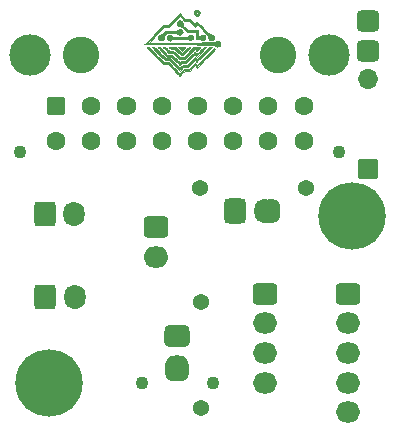
<source format=gbr>
G04 #@! TF.GenerationSoftware,KiCad,Pcbnew,(6.0.7)*
G04 #@! TF.CreationDate,2022-09-29T20:41:47+02:00*
G04 #@! TF.ProjectId,carabiner,63617261-6269-46e6-9572-2e6b69636164,rev?*
G04 #@! TF.SameCoordinates,Original*
G04 #@! TF.FileFunction,Soldermask,Top*
G04 #@! TF.FilePolarity,Negative*
%FSLAX46Y46*%
G04 Gerber Fmt 4.6, Leading zero omitted, Abs format (unit mm)*
G04 Created by KiCad (PCBNEW (6.0.7)) date 2022-09-29 20:41:47*
%MOMM*%
%LPD*%
G01*
G04 APERTURE LIST*
G04 Aperture macros list*
%AMRoundRect*
0 Rectangle with rounded corners*
0 $1 Rounding radius*
0 $2 $3 $4 $5 $6 $7 $8 $9 X,Y pos of 4 corners*
0 Add a 4 corners polygon primitive as box body*
4,1,4,$2,$3,$4,$5,$6,$7,$8,$9,$2,$3,0*
0 Add four circle primitives for the rounded corners*
1,1,$1+$1,$2,$3*
1,1,$1+$1,$4,$5*
1,1,$1+$1,$6,$7*
1,1,$1+$1,$8,$9*
0 Add four rect primitives between the rounded corners*
20,1,$1+$1,$2,$3,$4,$5,0*
20,1,$1+$1,$4,$5,$6,$7,0*
20,1,$1+$1,$6,$7,$8,$9,0*
20,1,$1+$1,$8,$9,$2,$3,0*%
G04 Aperture macros list end*
%ADD10C,0.010000*%
%ADD11RoundRect,0.051000X0.800000X-0.800000X0.800000X0.800000X-0.800000X0.800000X-0.800000X-0.800000X0*%
%ADD12O,1.702000X1.702000*%
%ADD13C,5.702000*%
%ADD14C,1.372000*%
%ADD15RoundRect,0.301001X-0.759999X0.499999X-0.759999X-0.499999X0.759999X-0.499999X0.759999X0.499999X0*%
%ADD16O,2.122000X1.602000*%
%ADD17RoundRect,0.301000X-0.750000X0.600000X-0.750000X-0.600000X0.750000X-0.600000X0.750000X0.600000X0*%
%ADD18O,2.102000X1.802000*%
%ADD19C,3.102000*%
%ADD20RoundRect,0.301001X-0.499999X-0.499999X0.499999X-0.499999X0.499999X0.499999X-0.499999X0.499999X0*%
%ADD21C,1.602000*%
%ADD22RoundRect,0.301000X-0.600000X-0.750000X0.600000X-0.750000X0.600000X0.750000X-0.600000X0.750000X0*%
%ADD23O,1.802000X2.102000*%
%ADD24RoundRect,0.301000X-0.725000X0.600000X-0.725000X-0.600000X0.725000X-0.600000X0.725000X0.600000X0*%
%ADD25O,2.052000X1.802000*%
%ADD26RoundRect,0.348500X-0.577500X0.552500X-0.577500X-0.552500X0.577500X-0.552500X0.577500X0.552500X0*%
%ADD27C,1.102000*%
%ADD28RoundRect,0.301001X-0.499999X-0.759999X0.499999X-0.759999X0.499999X0.759999X-0.499999X0.759999X0*%
%ADD29O,1.602000X2.122000*%
%ADD30C,3.512000*%
G04 APERTURE END LIST*
G36*
X62970273Y-37618361D02*
G01*
X63006648Y-37633787D01*
X63052113Y-37664778D01*
X63112553Y-37716005D01*
X63193852Y-37792143D01*
X63301893Y-37897864D01*
X63442561Y-38037840D01*
X63479462Y-38074686D01*
X63948288Y-38542903D01*
X64130866Y-38544541D01*
X64313444Y-38546180D01*
X64723431Y-38953623D01*
X65133418Y-39361067D01*
X65258474Y-39233644D01*
X65327865Y-39165511D01*
X65381391Y-39127393D01*
X65440420Y-39110575D01*
X65526322Y-39106343D01*
X65570934Y-39106222D01*
X65758338Y-39106222D01*
X66078658Y-38781558D01*
X66398979Y-38456895D01*
X66492783Y-38547813D01*
X66586586Y-38638731D01*
X67103285Y-38122599D01*
X67260317Y-37965972D01*
X67382984Y-37844839D01*
X67476798Y-37754744D01*
X67547271Y-37691232D01*
X67599912Y-37649847D01*
X67640235Y-37626135D01*
X67673751Y-37615640D01*
X67705970Y-37613907D01*
X67730578Y-37615511D01*
X67841173Y-37624555D01*
X67225065Y-38231333D01*
X67071260Y-38382413D01*
X66930157Y-38520257D01*
X66806820Y-38639979D01*
X66706313Y-38736691D01*
X66633700Y-38805506D01*
X66594046Y-38841536D01*
X66588463Y-38845708D01*
X66557438Y-38832383D01*
X66508426Y-38789758D01*
X66501176Y-38782208D01*
X66447695Y-38734033D01*
X66406341Y-38711364D01*
X66403495Y-38711111D01*
X66373416Y-38730140D01*
X66312020Y-38782389D01*
X66227328Y-38860604D01*
X66127365Y-38957527D01*
X66091444Y-38993333D01*
X65810281Y-39275555D01*
X65443970Y-39275555D01*
X65130732Y-39585525D01*
X64694207Y-39148318D01*
X64257683Y-38711111D01*
X63890111Y-38710009D01*
X63340996Y-38167282D01*
X62791880Y-37624555D01*
X62901258Y-37615512D01*
X62937105Y-37613827D01*
X62970273Y-37618361D01*
G37*
D10*
X62970273Y-37618361D02*
X63006648Y-37633787D01*
X63052113Y-37664778D01*
X63112553Y-37716005D01*
X63193852Y-37792143D01*
X63301893Y-37897864D01*
X63442561Y-38037840D01*
X63479462Y-38074686D01*
X63948288Y-38542903D01*
X64130866Y-38544541D01*
X64313444Y-38546180D01*
X64723431Y-38953623D01*
X65133418Y-39361067D01*
X65258474Y-39233644D01*
X65327865Y-39165511D01*
X65381391Y-39127393D01*
X65440420Y-39110575D01*
X65526322Y-39106343D01*
X65570934Y-39106222D01*
X65758338Y-39106222D01*
X66078658Y-38781558D01*
X66398979Y-38456895D01*
X66492783Y-38547813D01*
X66586586Y-38638731D01*
X67103285Y-38122599D01*
X67260317Y-37965972D01*
X67382984Y-37844839D01*
X67476798Y-37754744D01*
X67547271Y-37691232D01*
X67599912Y-37649847D01*
X67640235Y-37626135D01*
X67673751Y-37615640D01*
X67705970Y-37613907D01*
X67730578Y-37615511D01*
X67841173Y-37624555D01*
X67225065Y-38231333D01*
X67071260Y-38382413D01*
X66930157Y-38520257D01*
X66806820Y-38639979D01*
X66706313Y-38736691D01*
X66633700Y-38805506D01*
X66594046Y-38841536D01*
X66588463Y-38845708D01*
X66557438Y-38832383D01*
X66508426Y-38789758D01*
X66501176Y-38782208D01*
X66447695Y-38734033D01*
X66406341Y-38711364D01*
X66403495Y-38711111D01*
X66373416Y-38730140D01*
X66312020Y-38782389D01*
X66227328Y-38860604D01*
X66127365Y-38957527D01*
X66091444Y-38993333D01*
X65810281Y-39275555D01*
X65443970Y-39275555D01*
X65130732Y-39585525D01*
X64694207Y-39148318D01*
X64257683Y-38711111D01*
X63890111Y-38710009D01*
X63340996Y-38167282D01*
X62791880Y-37624555D01*
X62901258Y-37615512D01*
X62937105Y-37613827D01*
X62970273Y-37618361D01*
G36*
X63766382Y-35716566D02*
G01*
X63941135Y-35728944D01*
X64115889Y-35741322D01*
X64626583Y-35234833D01*
X65137277Y-34728345D01*
X65366613Y-34955839D01*
X65595948Y-35183333D01*
X65972365Y-35183333D01*
X66180626Y-35395000D01*
X66268548Y-35482289D01*
X66342716Y-35552076D01*
X66393907Y-35595909D01*
X66411635Y-35606666D01*
X66444589Y-35587965D01*
X66494746Y-35542319D01*
X66500666Y-35536111D01*
X66551925Y-35488351D01*
X66588688Y-35465818D01*
X66591015Y-35465555D01*
X66616631Y-35484682D01*
X66676662Y-35538619D01*
X66765674Y-35622199D01*
X66878234Y-35730256D01*
X67008908Y-35857622D01*
X67152263Y-35999132D01*
X67154926Y-36001777D01*
X67317066Y-36162404D01*
X67444772Y-36287407D01*
X67543374Y-36381223D01*
X67618201Y-36448287D01*
X67674584Y-36493037D01*
X67717852Y-36519907D01*
X67753335Y-36533336D01*
X67786363Y-36537758D01*
X67799154Y-36538000D01*
X67911388Y-36559651D01*
X67991844Y-36616731D01*
X68039635Y-36697426D01*
X68053876Y-36789923D01*
X68033678Y-36882411D01*
X67978156Y-36963075D01*
X67886424Y-37020104D01*
X67836400Y-37034264D01*
X67769806Y-37037587D01*
X67709244Y-37010892D01*
X67655245Y-36967291D01*
X67593570Y-36902651D01*
X67567936Y-36840735D01*
X67565991Y-36790168D01*
X67744920Y-36790168D01*
X67758821Y-36837977D01*
X67772386Y-36849507D01*
X67830680Y-36861118D01*
X67871209Y-36829160D01*
X67877992Y-36781352D01*
X67848901Y-36730879D01*
X67813386Y-36721444D01*
X67765819Y-36742858D01*
X67744920Y-36790168D01*
X67565991Y-36790168D01*
X67565291Y-36771984D01*
X67565292Y-36735995D01*
X67559088Y-36702191D01*
X67542037Y-36664825D01*
X67509498Y-36618151D01*
X67456827Y-36556422D01*
X67379382Y-36473892D01*
X67272521Y-36364815D01*
X67131601Y-36223443D01*
X67082560Y-36174444D01*
X66595403Y-35687884D01*
X66505136Y-35780211D01*
X66414870Y-35872537D01*
X66153849Y-35612602D01*
X65892828Y-35352666D01*
X65520456Y-35352666D01*
X65332675Y-35163030D01*
X65144893Y-34973394D01*
X64672422Y-35445252D01*
X64199950Y-35917111D01*
X63807931Y-35917111D01*
X63157577Y-36566054D01*
X62507222Y-37214998D01*
X65305258Y-37215165D01*
X65769100Y-37215118D01*
X66179681Y-37214884D01*
X66540187Y-37214416D01*
X66853802Y-37213667D01*
X67123710Y-37212588D01*
X67353095Y-37211132D01*
X67545143Y-37209251D01*
X67703036Y-37206897D01*
X67829960Y-37204023D01*
X67929099Y-37200581D01*
X68003637Y-37196522D01*
X68056758Y-37191800D01*
X68091648Y-37186367D01*
X68111490Y-37180174D01*
X68119468Y-37173174D01*
X68119555Y-37172958D01*
X68154303Y-37133594D01*
X68218894Y-37091298D01*
X68232423Y-37084514D01*
X68298246Y-37057296D01*
X68348721Y-37055393D01*
X68412144Y-37079790D01*
X68436366Y-37091611D01*
X68532579Y-37165037D01*
X68580203Y-37259558D01*
X68577459Y-37364726D01*
X68522566Y-37470092D01*
X68504437Y-37491061D01*
X68418622Y-37546088D01*
X68317852Y-37553174D01*
X68215558Y-37513167D01*
X68161564Y-37469461D01*
X68077026Y-37384923D01*
X65099750Y-37377739D01*
X62122475Y-37370555D01*
X62176832Y-37315864D01*
X68252873Y-37315864D01*
X68275500Y-37360293D01*
X68327297Y-37380484D01*
X68342040Y-37379590D01*
X68395238Y-37351585D01*
X68405666Y-37314497D01*
X68383237Y-37266074D01*
X68332572Y-37245405D01*
X68278608Y-37261302D01*
X68271921Y-37267234D01*
X68252873Y-37315864D01*
X62176832Y-37315864D01*
X62944428Y-36543560D01*
X63766382Y-35716566D01*
G37*
X63766382Y-35716566D02*
X63941135Y-35728944D01*
X64115889Y-35741322D01*
X64626583Y-35234833D01*
X65137277Y-34728345D01*
X65366613Y-34955839D01*
X65595948Y-35183333D01*
X65972365Y-35183333D01*
X66180626Y-35395000D01*
X66268548Y-35482289D01*
X66342716Y-35552076D01*
X66393907Y-35595909D01*
X66411635Y-35606666D01*
X66444589Y-35587965D01*
X66494746Y-35542319D01*
X66500666Y-35536111D01*
X66551925Y-35488351D01*
X66588688Y-35465818D01*
X66591015Y-35465555D01*
X66616631Y-35484682D01*
X66676662Y-35538619D01*
X66765674Y-35622199D01*
X66878234Y-35730256D01*
X67008908Y-35857622D01*
X67152263Y-35999132D01*
X67154926Y-36001777D01*
X67317066Y-36162404D01*
X67444772Y-36287407D01*
X67543374Y-36381223D01*
X67618201Y-36448287D01*
X67674584Y-36493037D01*
X67717852Y-36519907D01*
X67753335Y-36533336D01*
X67786363Y-36537758D01*
X67799154Y-36538000D01*
X67911388Y-36559651D01*
X67991844Y-36616731D01*
X68039635Y-36697426D01*
X68053876Y-36789923D01*
X68033678Y-36882411D01*
X67978156Y-36963075D01*
X67886424Y-37020104D01*
X67836400Y-37034264D01*
X67769806Y-37037587D01*
X67709244Y-37010892D01*
X67655245Y-36967291D01*
X67593570Y-36902651D01*
X67567936Y-36840735D01*
X67565991Y-36790168D01*
X67744920Y-36790168D01*
X67758821Y-36837977D01*
X67772386Y-36849507D01*
X67830680Y-36861118D01*
X67871209Y-36829160D01*
X67877992Y-36781352D01*
X67848901Y-36730879D01*
X67813386Y-36721444D01*
X67765819Y-36742858D01*
X67744920Y-36790168D01*
X67565991Y-36790168D01*
X67565291Y-36771984D01*
X67565292Y-36735995D01*
X67559088Y-36702191D01*
X67542037Y-36664825D01*
X67509498Y-36618151D01*
X67456827Y-36556422D01*
X67379382Y-36473892D01*
X67272521Y-36364815D01*
X67131601Y-36223443D01*
X67082560Y-36174444D01*
X66595403Y-35687884D01*
X66505136Y-35780211D01*
X66414870Y-35872537D01*
X66153849Y-35612602D01*
X65892828Y-35352666D01*
X65520456Y-35352666D01*
X65332675Y-35163030D01*
X65144893Y-34973394D01*
X64672422Y-35445252D01*
X64199950Y-35917111D01*
X63807931Y-35917111D01*
X63157577Y-36566054D01*
X62507222Y-37214998D01*
X65305258Y-37215165D01*
X65769100Y-37215118D01*
X66179681Y-37214884D01*
X66540187Y-37214416D01*
X66853802Y-37213667D01*
X67123710Y-37212588D01*
X67353095Y-37211132D01*
X67545143Y-37209251D01*
X67703036Y-37206897D01*
X67829960Y-37204023D01*
X67929099Y-37200581D01*
X68003637Y-37196522D01*
X68056758Y-37191800D01*
X68091648Y-37186367D01*
X68111490Y-37180174D01*
X68119468Y-37173174D01*
X68119555Y-37172958D01*
X68154303Y-37133594D01*
X68218894Y-37091298D01*
X68232423Y-37084514D01*
X68298246Y-37057296D01*
X68348721Y-37055393D01*
X68412144Y-37079790D01*
X68436366Y-37091611D01*
X68532579Y-37165037D01*
X68580203Y-37259558D01*
X68577459Y-37364726D01*
X68522566Y-37470092D01*
X68504437Y-37491061D01*
X68418622Y-37546088D01*
X68317852Y-37553174D01*
X68215558Y-37513167D01*
X68161564Y-37469461D01*
X68077026Y-37384923D01*
X65099750Y-37377739D01*
X62122475Y-37370555D01*
X62176832Y-37315864D01*
X68252873Y-37315864D01*
X68275500Y-37360293D01*
X68327297Y-37380484D01*
X68342040Y-37379590D01*
X68395238Y-37351585D01*
X68405666Y-37314497D01*
X68383237Y-37266074D01*
X68332572Y-37245405D01*
X68278608Y-37261302D01*
X68271921Y-37267234D01*
X68252873Y-37315864D01*
X62176832Y-37315864D01*
X62944428Y-36543560D01*
X63766382Y-35716566D01*
G36*
X63370490Y-36614565D02*
G01*
X63445486Y-36557481D01*
X63540554Y-36538000D01*
X63600231Y-36528357D01*
X63664286Y-36494207D01*
X63745597Y-36427715D01*
X63790258Y-36386100D01*
X63853286Y-36325981D01*
X65065647Y-36325981D01*
X65072858Y-36357992D01*
X65106817Y-36390838D01*
X65152699Y-36384517D01*
X65189406Y-36345641D01*
X65197351Y-36318989D01*
X65191781Y-36269261D01*
X65149628Y-36255777D01*
X65086335Y-36275042D01*
X65065647Y-36325981D01*
X63853286Y-36325981D01*
X63949508Y-36234201D01*
X64417157Y-36233192D01*
X64589571Y-36232583D01*
X64714808Y-36230769D01*
X64802134Y-36226486D01*
X64860817Y-36218465D01*
X64900123Y-36205441D01*
X64929319Y-36186147D01*
X64957674Y-36159316D01*
X64957676Y-36159313D01*
X65051561Y-36097051D01*
X65150094Y-36081625D01*
X65242877Y-36105784D01*
X65319512Y-36162280D01*
X65369601Y-36243864D01*
X65382748Y-36343286D01*
X65356613Y-36437455D01*
X65289199Y-36522822D01*
X65196377Y-36569141D01*
X65094088Y-36574022D01*
X64998274Y-36535076D01*
X64956853Y-36497355D01*
X64932018Y-36470250D01*
X64905391Y-36450946D01*
X64867638Y-36438120D01*
X64809426Y-36430447D01*
X64721418Y-36426604D01*
X64594281Y-36425267D01*
X64447526Y-36425111D01*
X64000344Y-36425111D01*
X63890157Y-36537952D01*
X63825072Y-36610648D01*
X63793289Y-36669343D01*
X63784838Y-36736278D01*
X63785779Y-36770785D01*
X63775291Y-36886515D01*
X63726616Y-36965828D01*
X63639029Y-37016668D01*
X63573180Y-37038803D01*
X63528504Y-37040520D01*
X63480889Y-37026068D01*
X63388969Y-36968864D01*
X63333506Y-36886540D01*
X63312963Y-36791667D01*
X63313165Y-36790168D01*
X63483364Y-36790168D01*
X63497265Y-36837977D01*
X63510830Y-36849507D01*
X63569125Y-36861118D01*
X63609653Y-36829160D01*
X63616436Y-36781352D01*
X63587346Y-36730879D01*
X63551831Y-36721444D01*
X63504263Y-36742858D01*
X63483364Y-36790168D01*
X63313165Y-36790168D01*
X63325804Y-36696817D01*
X63370490Y-36614565D01*
G37*
X63370490Y-36614565D02*
X63445486Y-36557481D01*
X63540554Y-36538000D01*
X63600231Y-36528357D01*
X63664286Y-36494207D01*
X63745597Y-36427715D01*
X63790258Y-36386100D01*
X63853286Y-36325981D01*
X65065647Y-36325981D01*
X65072858Y-36357992D01*
X65106817Y-36390838D01*
X65152699Y-36384517D01*
X65189406Y-36345641D01*
X65197351Y-36318989D01*
X65191781Y-36269261D01*
X65149628Y-36255777D01*
X65086335Y-36275042D01*
X65065647Y-36325981D01*
X63853286Y-36325981D01*
X63949508Y-36234201D01*
X64417157Y-36233192D01*
X64589571Y-36232583D01*
X64714808Y-36230769D01*
X64802134Y-36226486D01*
X64860817Y-36218465D01*
X64900123Y-36205441D01*
X64929319Y-36186147D01*
X64957674Y-36159316D01*
X64957676Y-36159313D01*
X65051561Y-36097051D01*
X65150094Y-36081625D01*
X65242877Y-36105784D01*
X65319512Y-36162280D01*
X65369601Y-36243864D01*
X65382748Y-36343286D01*
X65356613Y-36437455D01*
X65289199Y-36522822D01*
X65196377Y-36569141D01*
X65094088Y-36574022D01*
X64998274Y-36535076D01*
X64956853Y-36497355D01*
X64932018Y-36470250D01*
X64905391Y-36450946D01*
X64867638Y-36438120D01*
X64809426Y-36430447D01*
X64721418Y-36426604D01*
X64594281Y-36425267D01*
X64447526Y-36425111D01*
X64000344Y-36425111D01*
X63890157Y-36537952D01*
X63825072Y-36610648D01*
X63793289Y-36669343D01*
X63784838Y-36736278D01*
X63785779Y-36770785D01*
X63775291Y-36886515D01*
X63726616Y-36965828D01*
X63639029Y-37016668D01*
X63573180Y-37038803D01*
X63528504Y-37040520D01*
X63480889Y-37026068D01*
X63388969Y-36968864D01*
X63333506Y-36886540D01*
X63312963Y-36791667D01*
X63313165Y-36790168D01*
X63483364Y-36790168D01*
X63497265Y-36837977D01*
X63510830Y-36849507D01*
X63569125Y-36861118D01*
X63609653Y-36829160D01*
X63616436Y-36781352D01*
X63587346Y-36730879D01*
X63551831Y-36721444D01*
X63504263Y-36742858D01*
X63483364Y-36790168D01*
X63313165Y-36790168D01*
X63325804Y-36696817D01*
X63370490Y-36614565D01*
G36*
X65311157Y-37614946D02*
G01*
X65430580Y-37616062D01*
X65525600Y-37618579D01*
X65584355Y-37622085D01*
X65597555Y-37624913D01*
X65579789Y-37648564D01*
X65533073Y-37701924D01*
X65467286Y-37773730D01*
X65463135Y-37778179D01*
X65328714Y-37922102D01*
X65176736Y-37768212D01*
X65024758Y-37614323D01*
X65311157Y-37614946D01*
G37*
X65311157Y-37614946D02*
X65430580Y-37616062D01*
X65525600Y-37618579D01*
X65584355Y-37622085D01*
X65597555Y-37624913D01*
X65579789Y-37648564D01*
X65533073Y-37701924D01*
X65467286Y-37773730D01*
X65463135Y-37778179D01*
X65328714Y-37922102D01*
X65176736Y-37768212D01*
X65024758Y-37614323D01*
X65311157Y-37614946D01*
G36*
X65045722Y-37864444D02*
G01*
X65145179Y-37959967D01*
X65231460Y-38039086D01*
X65296081Y-38094286D01*
X65330558Y-38118053D01*
X65332501Y-38118444D01*
X65361707Y-38099253D01*
X65421307Y-38046873D01*
X65502880Y-37969096D01*
X65598006Y-37873714D01*
X65607030Y-37864444D01*
X65713213Y-37756896D01*
X65790442Y-37684416D01*
X65847759Y-37640336D01*
X65894208Y-37617985D01*
X65938833Y-37610695D01*
X65951449Y-37610444D01*
X66016315Y-37615938D01*
X66048379Y-37629426D01*
X66049111Y-37632071D01*
X66030105Y-37658370D01*
X65977612Y-37716992D01*
X65898416Y-37800710D01*
X65799300Y-37902297D01*
X65731169Y-37970738D01*
X65592974Y-38107636D01*
X65485586Y-38205761D01*
X65399195Y-38265532D01*
X65323989Y-38287368D01*
X65250156Y-38271688D01*
X65167887Y-38218910D01*
X65067368Y-38129455D01*
X64939610Y-38004551D01*
X64652111Y-37721325D01*
X64476872Y-37726739D01*
X64344963Y-37720849D01*
X64256701Y-37694830D01*
X64216632Y-37650270D01*
X64214666Y-37635211D01*
X64240906Y-37624878D01*
X64311714Y-37616659D01*
X64415225Y-37611580D01*
X64500690Y-37610444D01*
X64786714Y-37610444D01*
X65045722Y-37864444D01*
G37*
X65045722Y-37864444D02*
X65145179Y-37959967D01*
X65231460Y-38039086D01*
X65296081Y-38094286D01*
X65330558Y-38118053D01*
X65332501Y-38118444D01*
X65361707Y-38099253D01*
X65421307Y-38046873D01*
X65502880Y-37969096D01*
X65598006Y-37873714D01*
X65607030Y-37864444D01*
X65713213Y-37756896D01*
X65790442Y-37684416D01*
X65847759Y-37640336D01*
X65894208Y-37617985D01*
X65938833Y-37610695D01*
X65951449Y-37610444D01*
X66016315Y-37615938D01*
X66048379Y-37629426D01*
X66049111Y-37632071D01*
X66030105Y-37658370D01*
X65977612Y-37716992D01*
X65898416Y-37800710D01*
X65799300Y-37902297D01*
X65731169Y-37970738D01*
X65592974Y-38107636D01*
X65485586Y-38205761D01*
X65399195Y-38265532D01*
X65323989Y-38287368D01*
X65250156Y-38271688D01*
X65167887Y-38218910D01*
X65067368Y-38129455D01*
X64939610Y-38004551D01*
X64652111Y-37721325D01*
X64476872Y-37726739D01*
X64344963Y-37720849D01*
X64256701Y-37694830D01*
X64216632Y-37650270D01*
X64214666Y-37635211D01*
X64240906Y-37624878D01*
X64311714Y-37616659D01*
X64415225Y-37611580D01*
X64500690Y-37610444D01*
X64786714Y-37610444D01*
X65045722Y-37864444D01*
G36*
X66723696Y-37612717D02*
G01*
X66820307Y-37617238D01*
X66880949Y-37625152D01*
X66895778Y-37632764D01*
X66876270Y-37662329D01*
X66826564Y-37715639D01*
X66759887Y-37780377D01*
X66689464Y-37844228D01*
X66628521Y-37894877D01*
X66590284Y-37920006D01*
X66586360Y-37920888D01*
X66555775Y-37902278D01*
X66506844Y-37856821D01*
X66500666Y-37850333D01*
X66451116Y-37802741D01*
X66418005Y-37780083D01*
X66416005Y-37779777D01*
X66391145Y-37798555D01*
X66332213Y-37851012D01*
X66245464Y-37931338D01*
X66137151Y-38033718D01*
X66013531Y-38152341D01*
X65976424Y-38188259D01*
X65555222Y-38596740D01*
X65314776Y-38597481D01*
X65074329Y-38598222D01*
X64540337Y-38062000D01*
X64160263Y-38062000D01*
X63947576Y-37848621D01*
X63860668Y-37760359D01*
X63790913Y-37687480D01*
X63746556Y-37638726D01*
X63734889Y-37623046D01*
X63759894Y-37616348D01*
X63822269Y-37614561D01*
X63846282Y-37615215D01*
X63915876Y-37624729D01*
X63977110Y-37653637D01*
X64047263Y-37711841D01*
X64092166Y-37756123D01*
X64165417Y-37828318D01*
X64220255Y-37869148D01*
X64277785Y-37887552D01*
X64359109Y-37892471D01*
X64414497Y-37892666D01*
X64602338Y-37892666D01*
X64882400Y-38174888D01*
X65162461Y-38457111D01*
X65471261Y-38457111D01*
X65890575Y-38037097D01*
X66309888Y-37617083D01*
X66602833Y-37612404D01*
X66723696Y-37612717D01*
G37*
X66723696Y-37612717D02*
X66820307Y-37617238D01*
X66880949Y-37625152D01*
X66895778Y-37632764D01*
X66876270Y-37662329D01*
X66826564Y-37715639D01*
X66759887Y-37780377D01*
X66689464Y-37844228D01*
X66628521Y-37894877D01*
X66590284Y-37920006D01*
X66586360Y-37920888D01*
X66555775Y-37902278D01*
X66506844Y-37856821D01*
X66500666Y-37850333D01*
X66451116Y-37802741D01*
X66418005Y-37780083D01*
X66416005Y-37779777D01*
X66391145Y-37798555D01*
X66332213Y-37851012D01*
X66245464Y-37931338D01*
X66137151Y-38033718D01*
X66013531Y-38152341D01*
X65976424Y-38188259D01*
X65555222Y-38596740D01*
X65314776Y-38597481D01*
X65074329Y-38598222D01*
X64540337Y-38062000D01*
X64160263Y-38062000D01*
X63947576Y-37848621D01*
X63860668Y-37760359D01*
X63790913Y-37687480D01*
X63746556Y-37638726D01*
X63734889Y-37623046D01*
X63759894Y-37616348D01*
X63822269Y-37614561D01*
X63846282Y-37615215D01*
X63915876Y-37624729D01*
X63977110Y-37653637D01*
X64047263Y-37711841D01*
X64092166Y-37756123D01*
X64165417Y-37828318D01*
X64220255Y-37869148D01*
X64277785Y-37887552D01*
X64359109Y-37892471D01*
X64414497Y-37892666D01*
X64602338Y-37892666D01*
X64882400Y-38174888D01*
X65162461Y-38457111D01*
X65471261Y-38457111D01*
X65890575Y-38037097D01*
X66309888Y-37617083D01*
X66602833Y-37612404D01*
X66723696Y-37612717D01*
G36*
X64082696Y-36659938D02*
G01*
X64119737Y-36612404D01*
X64217015Y-36548656D01*
X64321804Y-36538927D01*
X64426039Y-36582984D01*
X64473008Y-36622666D01*
X64557675Y-36707333D01*
X65762547Y-36707333D01*
X65847213Y-36622666D01*
X65942088Y-36557956D01*
X66039147Y-36540321D01*
X66129719Y-36561830D01*
X66205132Y-36614552D01*
X66256717Y-36690554D01*
X66275800Y-36781905D01*
X66253711Y-36880673D01*
X66207328Y-36952062D01*
X66120534Y-37015513D01*
X66017936Y-37036161D01*
X65917319Y-37013930D01*
X65840253Y-36953636D01*
X65778879Y-36876666D01*
X65151995Y-36876666D01*
X64925383Y-36877939D01*
X64747441Y-36881697D01*
X64620175Y-36887849D01*
X64545590Y-36896302D01*
X64525111Y-36905303D01*
X64502214Y-36938607D01*
X64446766Y-36980646D01*
X64378628Y-37019212D01*
X64317662Y-37042094D01*
X64299333Y-37044105D01*
X64239398Y-37032457D01*
X64196519Y-37018015D01*
X64109213Y-36955889D01*
X64059122Y-36864841D01*
X64051063Y-36779743D01*
X64222075Y-36779743D01*
X64243187Y-36834692D01*
X64276214Y-36869754D01*
X64302545Y-36866816D01*
X64340625Y-36831343D01*
X64369584Y-36786399D01*
X65967164Y-36786399D01*
X65974650Y-36834333D01*
X66007704Y-36873404D01*
X66053586Y-36858556D01*
X66077035Y-36834692D01*
X66098470Y-36778317D01*
X66081502Y-36728293D01*
X66035000Y-36707333D01*
X65987772Y-36730728D01*
X65967164Y-36786399D01*
X64369584Y-36786399D01*
X64369674Y-36786260D01*
X64353296Y-36746676D01*
X64304791Y-36712494D01*
X64280881Y-36707333D01*
X64236865Y-36729350D01*
X64222075Y-36779743D01*
X64051063Y-36779743D01*
X64049274Y-36760861D01*
X64082696Y-36659938D01*
G37*
X64082696Y-36659938D02*
X64119737Y-36612404D01*
X64217015Y-36548656D01*
X64321804Y-36538927D01*
X64426039Y-36582984D01*
X64473008Y-36622666D01*
X64557675Y-36707333D01*
X65762547Y-36707333D01*
X65847213Y-36622666D01*
X65942088Y-36557956D01*
X66039147Y-36540321D01*
X66129719Y-36561830D01*
X66205132Y-36614552D01*
X66256717Y-36690554D01*
X66275800Y-36781905D01*
X66253711Y-36880673D01*
X66207328Y-36952062D01*
X66120534Y-37015513D01*
X66017936Y-37036161D01*
X65917319Y-37013930D01*
X65840253Y-36953636D01*
X65778879Y-36876666D01*
X65151995Y-36876666D01*
X64925383Y-36877939D01*
X64747441Y-36881697D01*
X64620175Y-36887849D01*
X64545590Y-36896302D01*
X64525111Y-36905303D01*
X64502214Y-36938607D01*
X64446766Y-36980646D01*
X64378628Y-37019212D01*
X64317662Y-37042094D01*
X64299333Y-37044105D01*
X64239398Y-37032457D01*
X64196519Y-37018015D01*
X64109213Y-36955889D01*
X64059122Y-36864841D01*
X64051063Y-36779743D01*
X64222075Y-36779743D01*
X64243187Y-36834692D01*
X64276214Y-36869754D01*
X64302545Y-36866816D01*
X64340625Y-36831343D01*
X64369584Y-36786399D01*
X65967164Y-36786399D01*
X65974650Y-36834333D01*
X66007704Y-36873404D01*
X66053586Y-36858556D01*
X66077035Y-36834692D01*
X66098470Y-36778317D01*
X66081502Y-36728293D01*
X66035000Y-36707333D01*
X65987772Y-36730728D01*
X65967164Y-36786399D01*
X64369584Y-36786399D01*
X64369674Y-36786260D01*
X64353296Y-36746676D01*
X64304791Y-36712494D01*
X64280881Y-36707333D01*
X64236865Y-36729350D01*
X64222075Y-36779743D01*
X64051063Y-36779743D01*
X64049274Y-36760861D01*
X64082696Y-36659938D01*
G36*
X67262084Y-37614786D02*
G01*
X67264780Y-37614943D01*
X67378226Y-37621637D01*
X66582778Y-38414777D01*
X66496459Y-38319330D01*
X66410139Y-38223883D01*
X66052844Y-38580386D01*
X65695548Y-38936888D01*
X65510721Y-38936888D01*
X65407021Y-38939366D01*
X65340351Y-38950902D01*
X65291372Y-38977655D01*
X65244778Y-39021555D01*
X65190836Y-39074226D01*
X65153767Y-39103831D01*
X65147775Y-39106190D01*
X65123515Y-39087343D01*
X65065923Y-39035040D01*
X64981714Y-38955606D01*
X64877601Y-38855364D01*
X64773273Y-38753412D01*
X64414658Y-38400666D01*
X64030438Y-38400666D01*
X63656885Y-38026343D01*
X63539429Y-37907514D01*
X63437119Y-37801847D01*
X63356182Y-37715952D01*
X63302846Y-37656440D01*
X63283336Y-37629919D01*
X63283333Y-37629821D01*
X63308166Y-37618446D01*
X63370253Y-37616906D01*
X63396095Y-37618898D01*
X63444274Y-37627293D01*
X63491074Y-37646363D01*
X63544793Y-37682424D01*
X63613729Y-37741792D01*
X63706180Y-37830783D01*
X63805816Y-37930753D01*
X64102775Y-38231333D01*
X64296237Y-38231333D01*
X64399811Y-38232858D01*
X64466880Y-38242636D01*
X64517380Y-38268467D01*
X64571251Y-38318153D01*
X64602756Y-38351277D01*
X64672983Y-38424078D01*
X64768371Y-38520698D01*
X64873568Y-38625656D01*
X64930166Y-38681447D01*
X65144520Y-38891673D01*
X65210579Y-38829614D01*
X65259923Y-38793822D01*
X65322863Y-38774775D01*
X65417637Y-38767918D01*
X65459147Y-38767555D01*
X65641657Y-38767555D01*
X66015710Y-38386555D01*
X66133912Y-38267304D01*
X66239132Y-38163322D01*
X66324856Y-38080868D01*
X66384574Y-38026202D01*
X66411773Y-38005583D01*
X66412073Y-38005555D01*
X66444716Y-38024244D01*
X66494712Y-38069866D01*
X66500666Y-38076111D01*
X66553308Y-38124004D01*
X66593027Y-38146435D01*
X66595561Y-38146666D01*
X66624884Y-38127514D01*
X66685036Y-38075074D01*
X66767856Y-37996865D01*
X66865178Y-37900409D01*
X66887753Y-37877458D01*
X66995289Y-37768507D01*
X67072746Y-37693995D01*
X67129140Y-37647643D01*
X67173484Y-37623176D01*
X67214794Y-37614316D01*
X67262084Y-37614786D01*
G37*
X67262084Y-37614786D02*
X67264780Y-37614943D01*
X67378226Y-37621637D01*
X66582778Y-38414777D01*
X66496459Y-38319330D01*
X66410139Y-38223883D01*
X66052844Y-38580386D01*
X65695548Y-38936888D01*
X65510721Y-38936888D01*
X65407021Y-38939366D01*
X65340351Y-38950902D01*
X65291372Y-38977655D01*
X65244778Y-39021555D01*
X65190836Y-39074226D01*
X65153767Y-39103831D01*
X65147775Y-39106190D01*
X65123515Y-39087343D01*
X65065923Y-39035040D01*
X64981714Y-38955606D01*
X64877601Y-38855364D01*
X64773273Y-38753412D01*
X64414658Y-38400666D01*
X64030438Y-38400666D01*
X63656885Y-38026343D01*
X63539429Y-37907514D01*
X63437119Y-37801847D01*
X63356182Y-37715952D01*
X63302846Y-37656440D01*
X63283336Y-37629919D01*
X63283333Y-37629821D01*
X63308166Y-37618446D01*
X63370253Y-37616906D01*
X63396095Y-37618898D01*
X63444274Y-37627293D01*
X63491074Y-37646363D01*
X63544793Y-37682424D01*
X63613729Y-37741792D01*
X63706180Y-37830783D01*
X63805816Y-37930753D01*
X64102775Y-38231333D01*
X64296237Y-38231333D01*
X64399811Y-38232858D01*
X64466880Y-38242636D01*
X64517380Y-38268467D01*
X64571251Y-38318153D01*
X64602756Y-38351277D01*
X64672983Y-38424078D01*
X64768371Y-38520698D01*
X64873568Y-38625656D01*
X64930166Y-38681447D01*
X65144520Y-38891673D01*
X65210579Y-38829614D01*
X65259923Y-38793822D01*
X65322863Y-38774775D01*
X65417637Y-38767918D01*
X65459147Y-38767555D01*
X65641657Y-38767555D01*
X66015710Y-38386555D01*
X66133912Y-38267304D01*
X66239132Y-38163322D01*
X66324856Y-38080868D01*
X66384574Y-38026202D01*
X66411773Y-38005583D01*
X66412073Y-38005555D01*
X66444716Y-38024244D01*
X66494712Y-38069866D01*
X66500666Y-38076111D01*
X66553308Y-38124004D01*
X66593027Y-38146435D01*
X66595561Y-38146666D01*
X66624884Y-38127514D01*
X66685036Y-38075074D01*
X66767856Y-37996865D01*
X66865178Y-37900409D01*
X66887753Y-37877458D01*
X66995289Y-37768507D01*
X67072746Y-37693995D01*
X67129140Y-37647643D01*
X67173484Y-37623176D01*
X67214794Y-37614316D01*
X67262084Y-37614786D01*
G36*
X66486555Y-36326333D02*
G01*
X66112190Y-36318455D01*
X65737825Y-36310578D01*
X65493866Y-36071511D01*
X65388176Y-35969469D01*
X65311858Y-35901274D01*
X65255009Y-35860230D01*
X65207726Y-35839644D01*
X65160107Y-35832821D01*
X65140226Y-35832444D01*
X65029477Y-35810358D01*
X64949775Y-35752140D01*
X64902780Y-35669850D01*
X64892383Y-35592203D01*
X65065647Y-35592203D01*
X65072858Y-35624215D01*
X65106817Y-35657060D01*
X65152699Y-35650739D01*
X65189406Y-35611863D01*
X65197351Y-35585211D01*
X65191781Y-35535483D01*
X65149628Y-35522000D01*
X65086335Y-35541264D01*
X65065647Y-35592203D01*
X64892383Y-35592203D01*
X64890152Y-35575546D01*
X64913552Y-35481290D01*
X64974641Y-35399140D01*
X65072696Y-35341993D01*
X65135081Y-35337611D01*
X65215450Y-35352425D01*
X65223594Y-35354989D01*
X65309859Y-35409552D01*
X65367700Y-35496338D01*
X65386105Y-35595839D01*
X65380472Y-35632912D01*
X65380190Y-35668929D01*
X65401212Y-35713881D01*
X65449437Y-35775997D01*
X65530762Y-35863509D01*
X65585900Y-35919581D01*
X65807898Y-36142888D01*
X66670000Y-36142888D01*
X66670000Y-36425111D01*
X66670475Y-36553191D01*
X66673564Y-36635131D01*
X66681765Y-36681235D01*
X66697574Y-36701806D01*
X66723488Y-36707151D01*
X66738384Y-36707333D01*
X66802787Y-36687440D01*
X66875749Y-36637369D01*
X66891436Y-36622666D01*
X66984811Y-36559284D01*
X67081240Y-36541839D01*
X67171983Y-36562579D01*
X67248297Y-36613752D01*
X67301443Y-36687604D01*
X67322681Y-36776383D01*
X67303269Y-36872337D01*
X67255611Y-36945678D01*
X67160853Y-37016382D01*
X67052943Y-37033802D01*
X66940494Y-36996734D01*
X66931055Y-36991065D01*
X66871818Y-36947355D01*
X66840708Y-36911099D01*
X66839333Y-36905303D01*
X66813513Y-36889763D01*
X66745522Y-36879481D01*
X66671022Y-36876666D01*
X66502710Y-36876666D01*
X66500354Y-36796370D01*
X67012425Y-36796370D01*
X67032306Y-36844364D01*
X67041167Y-36851097D01*
X67088939Y-36854604D01*
X67129188Y-36821146D01*
X67143935Y-36769229D01*
X67139611Y-36749769D01*
X67101029Y-36714634D01*
X67072576Y-36712627D01*
X67027871Y-36743540D01*
X67012425Y-36796370D01*
X66500354Y-36796370D01*
X66494633Y-36601500D01*
X66486555Y-36326333D01*
G37*
X66486555Y-36326333D02*
X66112190Y-36318455D01*
X65737825Y-36310578D01*
X65493866Y-36071511D01*
X65388176Y-35969469D01*
X65311858Y-35901274D01*
X65255009Y-35860230D01*
X65207726Y-35839644D01*
X65160107Y-35832821D01*
X65140226Y-35832444D01*
X65029477Y-35810358D01*
X64949775Y-35752140D01*
X64902780Y-35669850D01*
X64892383Y-35592203D01*
X65065647Y-35592203D01*
X65072858Y-35624215D01*
X65106817Y-35657060D01*
X65152699Y-35650739D01*
X65189406Y-35611863D01*
X65197351Y-35585211D01*
X65191781Y-35535483D01*
X65149628Y-35522000D01*
X65086335Y-35541264D01*
X65065647Y-35592203D01*
X64892383Y-35592203D01*
X64890152Y-35575546D01*
X64913552Y-35481290D01*
X64974641Y-35399140D01*
X65072696Y-35341993D01*
X65135081Y-35337611D01*
X65215450Y-35352425D01*
X65223594Y-35354989D01*
X65309859Y-35409552D01*
X65367700Y-35496338D01*
X65386105Y-35595839D01*
X65380472Y-35632912D01*
X65380190Y-35668929D01*
X65401212Y-35713881D01*
X65449437Y-35775997D01*
X65530762Y-35863509D01*
X65585900Y-35919581D01*
X65807898Y-36142888D01*
X66670000Y-36142888D01*
X66670000Y-36425111D01*
X66670475Y-36553191D01*
X66673564Y-36635131D01*
X66681765Y-36681235D01*
X66697574Y-36701806D01*
X66723488Y-36707151D01*
X66738384Y-36707333D01*
X66802787Y-36687440D01*
X66875749Y-36637369D01*
X66891436Y-36622666D01*
X66984811Y-36559284D01*
X67081240Y-36541839D01*
X67171983Y-36562579D01*
X67248297Y-36613752D01*
X67301443Y-36687604D01*
X67322681Y-36776383D01*
X67303269Y-36872337D01*
X67255611Y-36945678D01*
X67160853Y-37016382D01*
X67052943Y-37033802D01*
X66940494Y-36996734D01*
X66931055Y-36991065D01*
X66871818Y-36947355D01*
X66840708Y-36911099D01*
X66839333Y-36905303D01*
X66813513Y-36889763D01*
X66745522Y-36879481D01*
X66671022Y-36876666D01*
X66502710Y-36876666D01*
X66500354Y-36796370D01*
X67012425Y-36796370D01*
X67032306Y-36844364D01*
X67041167Y-36851097D01*
X67088939Y-36854604D01*
X67129188Y-36821146D01*
X67143935Y-36769229D01*
X67139611Y-36749769D01*
X67101029Y-36714634D01*
X67072576Y-36712627D01*
X67027871Y-36743540D01*
X67012425Y-36796370D01*
X66500354Y-36796370D01*
X66494633Y-36601500D01*
X66486555Y-36326333D01*
G36*
X62480508Y-37612946D02*
G01*
X62512531Y-37623195D01*
X62551294Y-37645304D01*
X62601506Y-37683387D01*
X62667875Y-37741558D01*
X62755108Y-37823929D01*
X62867914Y-37934615D01*
X63011000Y-38077728D01*
X63177241Y-38245422D01*
X63805444Y-38880400D01*
X64203596Y-38880444D01*
X64664520Y-39346111D01*
X64796055Y-39478242D01*
X64914526Y-39595811D01*
X65014163Y-39693206D01*
X65089195Y-39764820D01*
X65133851Y-39805042D01*
X65143593Y-39811777D01*
X65170162Y-39793014D01*
X65226181Y-39742736D01*
X65301822Y-39669962D01*
X65343555Y-39628333D01*
X65525369Y-39444888D01*
X65892828Y-39444888D01*
X66153924Y-39184878D01*
X66415021Y-38924867D01*
X66601487Y-39105597D01*
X67303621Y-38400354D01*
X67467568Y-38236549D01*
X67619651Y-38086261D01*
X67755151Y-37954025D01*
X67869350Y-37844377D01*
X67957531Y-37761851D01*
X68014974Y-37710983D01*
X68036378Y-37696008D01*
X68082290Y-37712500D01*
X68114900Y-37733309D01*
X68123658Y-37745949D01*
X68121000Y-37766075D01*
X68103567Y-37797425D01*
X68068000Y-37843734D01*
X68010940Y-37908741D01*
X67929028Y-37996183D01*
X67818905Y-38109796D01*
X67677211Y-38253318D01*
X67500588Y-38430486D01*
X67379762Y-38551186D01*
X66596724Y-39332660D01*
X66504818Y-39242805D01*
X66412912Y-39152949D01*
X66195109Y-39369474D01*
X65977307Y-39586000D01*
X65606873Y-39586000D01*
X65378656Y-39811777D01*
X65287395Y-39901304D01*
X65211798Y-39974033D01*
X65160210Y-40022031D01*
X65141164Y-40037531D01*
X65119507Y-40018431D01*
X65063500Y-39964734D01*
X64978634Y-39881829D01*
X64870400Y-39775102D01*
X64744289Y-39649939D01*
X64638000Y-39543935D01*
X64144111Y-39050363D01*
X63946344Y-39050070D01*
X63748576Y-39049777D01*
X63050288Y-38351070D01*
X62887600Y-38187706D01*
X62738345Y-38036718D01*
X62607061Y-37902783D01*
X62498286Y-37790576D01*
X62416555Y-37704774D01*
X62366408Y-37650052D01*
X62352000Y-37631403D01*
X62376826Y-37617530D01*
X62437844Y-37610618D01*
X62450519Y-37610444D01*
X62480508Y-37612946D01*
G37*
X62480508Y-37612946D02*
X62512531Y-37623195D01*
X62551294Y-37645304D01*
X62601506Y-37683387D01*
X62667875Y-37741558D01*
X62755108Y-37823929D01*
X62867914Y-37934615D01*
X63011000Y-38077728D01*
X63177241Y-38245422D01*
X63805444Y-38880400D01*
X64203596Y-38880444D01*
X64664520Y-39346111D01*
X64796055Y-39478242D01*
X64914526Y-39595811D01*
X65014163Y-39693206D01*
X65089195Y-39764820D01*
X65133851Y-39805042D01*
X65143593Y-39811777D01*
X65170162Y-39793014D01*
X65226181Y-39742736D01*
X65301822Y-39669962D01*
X65343555Y-39628333D01*
X65525369Y-39444888D01*
X65892828Y-39444888D01*
X66153924Y-39184878D01*
X66415021Y-38924867D01*
X66601487Y-39105597D01*
X67303621Y-38400354D01*
X67467568Y-38236549D01*
X67619651Y-38086261D01*
X67755151Y-37954025D01*
X67869350Y-37844377D01*
X67957531Y-37761851D01*
X68014974Y-37710983D01*
X68036378Y-37696008D01*
X68082290Y-37712500D01*
X68114900Y-37733309D01*
X68123658Y-37745949D01*
X68121000Y-37766075D01*
X68103567Y-37797425D01*
X68068000Y-37843734D01*
X68010940Y-37908741D01*
X67929028Y-37996183D01*
X67818905Y-38109796D01*
X67677211Y-38253318D01*
X67500588Y-38430486D01*
X67379762Y-38551186D01*
X66596724Y-39332660D01*
X66504818Y-39242805D01*
X66412912Y-39152949D01*
X66195109Y-39369474D01*
X65977307Y-39586000D01*
X65606873Y-39586000D01*
X65378656Y-39811777D01*
X65287395Y-39901304D01*
X65211798Y-39974033D01*
X65160210Y-40022031D01*
X65141164Y-40037531D01*
X65119507Y-40018431D01*
X65063500Y-39964734D01*
X64978634Y-39881829D01*
X64870400Y-39775102D01*
X64744289Y-39649939D01*
X64638000Y-39543935D01*
X64144111Y-39050363D01*
X63946344Y-39050070D01*
X63748576Y-39049777D01*
X63050288Y-38351070D01*
X62887600Y-38187706D01*
X62738345Y-38036718D01*
X62607061Y-37902783D01*
X62498286Y-37790576D01*
X62416555Y-37704774D01*
X62366408Y-37650052D01*
X62352000Y-37631403D01*
X62376826Y-37617530D01*
X62437844Y-37610618D01*
X62450519Y-37610444D01*
X62480508Y-37612946D01*
G36*
X66368566Y-34600770D02*
G01*
X66373959Y-34590101D01*
X66447977Y-34496677D01*
X66541334Y-34452727D01*
X66643465Y-34459854D01*
X66743807Y-34519657D01*
X66756837Y-34532051D01*
X66824798Y-34631727D01*
X66842992Y-34734719D01*
X66815222Y-34829302D01*
X66745289Y-34903754D01*
X66636996Y-34946351D01*
X66621685Y-34948755D01*
X66539700Y-34953802D01*
X66481987Y-34934458D01*
X66419535Y-34880762D01*
X66417362Y-34878593D01*
X66350685Y-34790882D01*
X66337012Y-34713692D01*
X66516467Y-34713692D01*
X66536738Y-34756560D01*
X66592611Y-34786573D01*
X66639304Y-34767085D01*
X66652961Y-34743342D01*
X66656888Y-34681435D01*
X66614090Y-34649841D01*
X66586687Y-34647111D01*
X66534283Y-34667553D01*
X66516467Y-34713692D01*
X66337012Y-34713692D01*
X66335201Y-34703471D01*
X66368566Y-34600770D01*
G37*
X66368566Y-34600770D02*
X66373959Y-34590101D01*
X66447977Y-34496677D01*
X66541334Y-34452727D01*
X66643465Y-34459854D01*
X66743807Y-34519657D01*
X66756837Y-34532051D01*
X66824798Y-34631727D01*
X66842992Y-34734719D01*
X66815222Y-34829302D01*
X66745289Y-34903754D01*
X66636996Y-34946351D01*
X66621685Y-34948755D01*
X66539700Y-34953802D01*
X66481987Y-34934458D01*
X66419535Y-34880762D01*
X66417362Y-34878593D01*
X66350685Y-34790882D01*
X66337012Y-34713692D01*
X66516467Y-34713692D01*
X66536738Y-34756560D01*
X66592611Y-34786573D01*
X66639304Y-34767085D01*
X66652961Y-34743342D01*
X66656888Y-34681435D01*
X66614090Y-34649841D01*
X66586687Y-34647111D01*
X66534283Y-34667553D01*
X66516467Y-34713692D01*
X66337012Y-34713692D01*
X66335201Y-34703471D01*
X66368566Y-34600770D01*
G36*
X62970273Y-37618361D02*
G01*
X63006648Y-37633787D01*
X63052113Y-37664778D01*
X63112553Y-37716005D01*
X63193852Y-37792143D01*
X63301893Y-37897864D01*
X63442561Y-38037840D01*
X63479462Y-38074686D01*
X63948288Y-38542903D01*
X64130866Y-38544541D01*
X64313444Y-38546180D01*
X64723431Y-38953623D01*
X65133418Y-39361067D01*
X65258474Y-39233644D01*
X65327865Y-39165511D01*
X65381391Y-39127393D01*
X65440420Y-39110575D01*
X65526322Y-39106343D01*
X65570934Y-39106222D01*
X65758338Y-39106222D01*
X66078658Y-38781558D01*
X66398979Y-38456895D01*
X66492783Y-38547813D01*
X66586586Y-38638731D01*
X67103285Y-38122599D01*
X67260317Y-37965972D01*
X67382984Y-37844839D01*
X67476798Y-37754744D01*
X67547271Y-37691232D01*
X67599912Y-37649847D01*
X67640235Y-37626135D01*
X67673751Y-37615640D01*
X67705970Y-37613907D01*
X67730578Y-37615511D01*
X67841173Y-37624555D01*
X67225065Y-38231333D01*
X67071260Y-38382413D01*
X66930157Y-38520257D01*
X66806820Y-38639979D01*
X66706313Y-38736691D01*
X66633700Y-38805506D01*
X66594046Y-38841536D01*
X66588463Y-38845708D01*
X66557438Y-38832383D01*
X66508426Y-38789758D01*
X66501176Y-38782208D01*
X66447695Y-38734033D01*
X66406341Y-38711364D01*
X66403495Y-38711111D01*
X66373416Y-38730140D01*
X66312020Y-38782389D01*
X66227328Y-38860604D01*
X66127365Y-38957527D01*
X66091444Y-38993333D01*
X65810281Y-39275555D01*
X65443970Y-39275555D01*
X65130732Y-39585525D01*
X64694207Y-39148318D01*
X64257683Y-38711111D01*
X63890111Y-38710009D01*
X63340996Y-38167282D01*
X62791880Y-37624555D01*
X62901258Y-37615512D01*
X62937105Y-37613827D01*
X62970273Y-37618361D01*
G37*
X62970273Y-37618361D02*
X63006648Y-37633787D01*
X63052113Y-37664778D01*
X63112553Y-37716005D01*
X63193852Y-37792143D01*
X63301893Y-37897864D01*
X63442561Y-38037840D01*
X63479462Y-38074686D01*
X63948288Y-38542903D01*
X64130866Y-38544541D01*
X64313444Y-38546180D01*
X64723431Y-38953623D01*
X65133418Y-39361067D01*
X65258474Y-39233644D01*
X65327865Y-39165511D01*
X65381391Y-39127393D01*
X65440420Y-39110575D01*
X65526322Y-39106343D01*
X65570934Y-39106222D01*
X65758338Y-39106222D01*
X66078658Y-38781558D01*
X66398979Y-38456895D01*
X66492783Y-38547813D01*
X66586586Y-38638731D01*
X67103285Y-38122599D01*
X67260317Y-37965972D01*
X67382984Y-37844839D01*
X67476798Y-37754744D01*
X67547271Y-37691232D01*
X67599912Y-37649847D01*
X67640235Y-37626135D01*
X67673751Y-37615640D01*
X67705970Y-37613907D01*
X67730578Y-37615511D01*
X67841173Y-37624555D01*
X67225065Y-38231333D01*
X67071260Y-38382413D01*
X66930157Y-38520257D01*
X66806820Y-38639979D01*
X66706313Y-38736691D01*
X66633700Y-38805506D01*
X66594046Y-38841536D01*
X66588463Y-38845708D01*
X66557438Y-38832383D01*
X66508426Y-38789758D01*
X66501176Y-38782208D01*
X66447695Y-38734033D01*
X66406341Y-38711364D01*
X66403495Y-38711111D01*
X66373416Y-38730140D01*
X66312020Y-38782389D01*
X66227328Y-38860604D01*
X66127365Y-38957527D01*
X66091444Y-38993333D01*
X65810281Y-39275555D01*
X65443970Y-39275555D01*
X65130732Y-39585525D01*
X64694207Y-39148318D01*
X64257683Y-38711111D01*
X63890111Y-38710009D01*
X63340996Y-38167282D01*
X62791880Y-37624555D01*
X62901258Y-37615512D01*
X62937105Y-37613827D01*
X62970273Y-37618361D01*
G36*
X63766382Y-35716566D02*
G01*
X63941135Y-35728944D01*
X64115889Y-35741322D01*
X64626583Y-35234833D01*
X65137277Y-34728345D01*
X65366613Y-34955839D01*
X65595948Y-35183333D01*
X65972365Y-35183333D01*
X66180626Y-35395000D01*
X66268548Y-35482289D01*
X66342716Y-35552076D01*
X66393907Y-35595909D01*
X66411635Y-35606666D01*
X66444589Y-35587965D01*
X66494746Y-35542319D01*
X66500666Y-35536111D01*
X66551925Y-35488351D01*
X66588688Y-35465818D01*
X66591015Y-35465555D01*
X66616631Y-35484682D01*
X66676662Y-35538619D01*
X66765674Y-35622199D01*
X66878234Y-35730256D01*
X67008908Y-35857622D01*
X67152263Y-35999132D01*
X67154926Y-36001777D01*
X67317066Y-36162404D01*
X67444772Y-36287407D01*
X67543374Y-36381223D01*
X67618201Y-36448287D01*
X67674584Y-36493037D01*
X67717852Y-36519907D01*
X67753335Y-36533336D01*
X67786363Y-36537758D01*
X67799154Y-36538000D01*
X67911388Y-36559651D01*
X67991844Y-36616731D01*
X68039635Y-36697426D01*
X68053876Y-36789923D01*
X68033678Y-36882411D01*
X67978156Y-36963075D01*
X67886424Y-37020104D01*
X67836400Y-37034264D01*
X67769806Y-37037587D01*
X67709244Y-37010892D01*
X67655245Y-36967291D01*
X67593570Y-36902651D01*
X67567936Y-36840735D01*
X67565991Y-36790168D01*
X67744920Y-36790168D01*
X67758821Y-36837977D01*
X67772386Y-36849507D01*
X67830680Y-36861118D01*
X67871209Y-36829160D01*
X67877992Y-36781352D01*
X67848901Y-36730879D01*
X67813386Y-36721444D01*
X67765819Y-36742858D01*
X67744920Y-36790168D01*
X67565991Y-36790168D01*
X67565291Y-36771984D01*
X67565292Y-36735995D01*
X67559088Y-36702191D01*
X67542037Y-36664825D01*
X67509498Y-36618151D01*
X67456827Y-36556422D01*
X67379382Y-36473892D01*
X67272521Y-36364815D01*
X67131601Y-36223443D01*
X67082560Y-36174444D01*
X66595403Y-35687884D01*
X66505136Y-35780211D01*
X66414870Y-35872537D01*
X66153849Y-35612602D01*
X65892828Y-35352666D01*
X65520456Y-35352666D01*
X65332675Y-35163030D01*
X65144893Y-34973394D01*
X64672422Y-35445252D01*
X64199950Y-35917111D01*
X63807931Y-35917111D01*
X63157577Y-36566054D01*
X62507222Y-37214998D01*
X65305258Y-37215165D01*
X65769100Y-37215118D01*
X66179681Y-37214884D01*
X66540187Y-37214416D01*
X66853802Y-37213667D01*
X67123710Y-37212588D01*
X67353095Y-37211132D01*
X67545143Y-37209251D01*
X67703036Y-37206897D01*
X67829960Y-37204023D01*
X67929099Y-37200581D01*
X68003637Y-37196522D01*
X68056758Y-37191800D01*
X68091648Y-37186367D01*
X68111490Y-37180174D01*
X68119468Y-37173174D01*
X68119555Y-37172958D01*
X68154303Y-37133594D01*
X68218894Y-37091298D01*
X68232423Y-37084514D01*
X68298246Y-37057296D01*
X68348721Y-37055393D01*
X68412144Y-37079790D01*
X68436366Y-37091611D01*
X68532579Y-37165037D01*
X68580203Y-37259558D01*
X68577459Y-37364726D01*
X68522566Y-37470092D01*
X68504437Y-37491061D01*
X68418622Y-37546088D01*
X68317852Y-37553174D01*
X68215558Y-37513167D01*
X68161564Y-37469461D01*
X68077026Y-37384923D01*
X65099750Y-37377739D01*
X62122475Y-37370555D01*
X62176832Y-37315864D01*
X68252873Y-37315864D01*
X68275500Y-37360293D01*
X68327297Y-37380484D01*
X68342040Y-37379590D01*
X68395238Y-37351585D01*
X68405666Y-37314497D01*
X68383237Y-37266074D01*
X68332572Y-37245405D01*
X68278608Y-37261302D01*
X68271921Y-37267234D01*
X68252873Y-37315864D01*
X62176832Y-37315864D01*
X62944428Y-36543560D01*
X63766382Y-35716566D01*
G37*
X63766382Y-35716566D02*
X63941135Y-35728944D01*
X64115889Y-35741322D01*
X64626583Y-35234833D01*
X65137277Y-34728345D01*
X65366613Y-34955839D01*
X65595948Y-35183333D01*
X65972365Y-35183333D01*
X66180626Y-35395000D01*
X66268548Y-35482289D01*
X66342716Y-35552076D01*
X66393907Y-35595909D01*
X66411635Y-35606666D01*
X66444589Y-35587965D01*
X66494746Y-35542319D01*
X66500666Y-35536111D01*
X66551925Y-35488351D01*
X66588688Y-35465818D01*
X66591015Y-35465555D01*
X66616631Y-35484682D01*
X66676662Y-35538619D01*
X66765674Y-35622199D01*
X66878234Y-35730256D01*
X67008908Y-35857622D01*
X67152263Y-35999132D01*
X67154926Y-36001777D01*
X67317066Y-36162404D01*
X67444772Y-36287407D01*
X67543374Y-36381223D01*
X67618201Y-36448287D01*
X67674584Y-36493037D01*
X67717852Y-36519907D01*
X67753335Y-36533336D01*
X67786363Y-36537758D01*
X67799154Y-36538000D01*
X67911388Y-36559651D01*
X67991844Y-36616731D01*
X68039635Y-36697426D01*
X68053876Y-36789923D01*
X68033678Y-36882411D01*
X67978156Y-36963075D01*
X67886424Y-37020104D01*
X67836400Y-37034264D01*
X67769806Y-37037587D01*
X67709244Y-37010892D01*
X67655245Y-36967291D01*
X67593570Y-36902651D01*
X67567936Y-36840735D01*
X67565991Y-36790168D01*
X67744920Y-36790168D01*
X67758821Y-36837977D01*
X67772386Y-36849507D01*
X67830680Y-36861118D01*
X67871209Y-36829160D01*
X67877992Y-36781352D01*
X67848901Y-36730879D01*
X67813386Y-36721444D01*
X67765819Y-36742858D01*
X67744920Y-36790168D01*
X67565991Y-36790168D01*
X67565291Y-36771984D01*
X67565292Y-36735995D01*
X67559088Y-36702191D01*
X67542037Y-36664825D01*
X67509498Y-36618151D01*
X67456827Y-36556422D01*
X67379382Y-36473892D01*
X67272521Y-36364815D01*
X67131601Y-36223443D01*
X67082560Y-36174444D01*
X66595403Y-35687884D01*
X66505136Y-35780211D01*
X66414870Y-35872537D01*
X66153849Y-35612602D01*
X65892828Y-35352666D01*
X65520456Y-35352666D01*
X65332675Y-35163030D01*
X65144893Y-34973394D01*
X64672422Y-35445252D01*
X64199950Y-35917111D01*
X63807931Y-35917111D01*
X63157577Y-36566054D01*
X62507222Y-37214998D01*
X65305258Y-37215165D01*
X65769100Y-37215118D01*
X66179681Y-37214884D01*
X66540187Y-37214416D01*
X66853802Y-37213667D01*
X67123710Y-37212588D01*
X67353095Y-37211132D01*
X67545143Y-37209251D01*
X67703036Y-37206897D01*
X67829960Y-37204023D01*
X67929099Y-37200581D01*
X68003637Y-37196522D01*
X68056758Y-37191800D01*
X68091648Y-37186367D01*
X68111490Y-37180174D01*
X68119468Y-37173174D01*
X68119555Y-37172958D01*
X68154303Y-37133594D01*
X68218894Y-37091298D01*
X68232423Y-37084514D01*
X68298246Y-37057296D01*
X68348721Y-37055393D01*
X68412144Y-37079790D01*
X68436366Y-37091611D01*
X68532579Y-37165037D01*
X68580203Y-37259558D01*
X68577459Y-37364726D01*
X68522566Y-37470092D01*
X68504437Y-37491061D01*
X68418622Y-37546088D01*
X68317852Y-37553174D01*
X68215558Y-37513167D01*
X68161564Y-37469461D01*
X68077026Y-37384923D01*
X65099750Y-37377739D01*
X62122475Y-37370555D01*
X62176832Y-37315864D01*
X68252873Y-37315864D01*
X68275500Y-37360293D01*
X68327297Y-37380484D01*
X68342040Y-37379590D01*
X68395238Y-37351585D01*
X68405666Y-37314497D01*
X68383237Y-37266074D01*
X68332572Y-37245405D01*
X68278608Y-37261302D01*
X68271921Y-37267234D01*
X68252873Y-37315864D01*
X62176832Y-37315864D01*
X62944428Y-36543560D01*
X63766382Y-35716566D01*
G36*
X63370490Y-36614565D02*
G01*
X63445486Y-36557481D01*
X63540554Y-36538000D01*
X63600231Y-36528357D01*
X63664286Y-36494207D01*
X63745597Y-36427715D01*
X63790258Y-36386100D01*
X63853286Y-36325981D01*
X65065647Y-36325981D01*
X65072858Y-36357992D01*
X65106817Y-36390838D01*
X65152699Y-36384517D01*
X65189406Y-36345641D01*
X65197351Y-36318989D01*
X65191781Y-36269261D01*
X65149628Y-36255777D01*
X65086335Y-36275042D01*
X65065647Y-36325981D01*
X63853286Y-36325981D01*
X63949508Y-36234201D01*
X64417157Y-36233192D01*
X64589571Y-36232583D01*
X64714808Y-36230769D01*
X64802134Y-36226486D01*
X64860817Y-36218465D01*
X64900123Y-36205441D01*
X64929319Y-36186147D01*
X64957674Y-36159316D01*
X64957676Y-36159313D01*
X65051561Y-36097051D01*
X65150094Y-36081625D01*
X65242877Y-36105784D01*
X65319512Y-36162280D01*
X65369601Y-36243864D01*
X65382748Y-36343286D01*
X65356613Y-36437455D01*
X65289199Y-36522822D01*
X65196377Y-36569141D01*
X65094088Y-36574022D01*
X64998274Y-36535076D01*
X64956853Y-36497355D01*
X64932018Y-36470250D01*
X64905391Y-36450946D01*
X64867638Y-36438120D01*
X64809426Y-36430447D01*
X64721418Y-36426604D01*
X64594281Y-36425267D01*
X64447526Y-36425111D01*
X64000344Y-36425111D01*
X63890157Y-36537952D01*
X63825072Y-36610648D01*
X63793289Y-36669343D01*
X63784838Y-36736278D01*
X63785779Y-36770785D01*
X63775291Y-36886515D01*
X63726616Y-36965828D01*
X63639029Y-37016668D01*
X63573180Y-37038803D01*
X63528504Y-37040520D01*
X63480889Y-37026068D01*
X63388969Y-36968864D01*
X63333506Y-36886540D01*
X63312963Y-36791667D01*
X63313165Y-36790168D01*
X63483364Y-36790168D01*
X63497265Y-36837977D01*
X63510830Y-36849507D01*
X63569125Y-36861118D01*
X63609653Y-36829160D01*
X63616436Y-36781352D01*
X63587346Y-36730879D01*
X63551831Y-36721444D01*
X63504263Y-36742858D01*
X63483364Y-36790168D01*
X63313165Y-36790168D01*
X63325804Y-36696817D01*
X63370490Y-36614565D01*
G37*
X63370490Y-36614565D02*
X63445486Y-36557481D01*
X63540554Y-36538000D01*
X63600231Y-36528357D01*
X63664286Y-36494207D01*
X63745597Y-36427715D01*
X63790258Y-36386100D01*
X63853286Y-36325981D01*
X65065647Y-36325981D01*
X65072858Y-36357992D01*
X65106817Y-36390838D01*
X65152699Y-36384517D01*
X65189406Y-36345641D01*
X65197351Y-36318989D01*
X65191781Y-36269261D01*
X65149628Y-36255777D01*
X65086335Y-36275042D01*
X65065647Y-36325981D01*
X63853286Y-36325981D01*
X63949508Y-36234201D01*
X64417157Y-36233192D01*
X64589571Y-36232583D01*
X64714808Y-36230769D01*
X64802134Y-36226486D01*
X64860817Y-36218465D01*
X64900123Y-36205441D01*
X64929319Y-36186147D01*
X64957674Y-36159316D01*
X64957676Y-36159313D01*
X65051561Y-36097051D01*
X65150094Y-36081625D01*
X65242877Y-36105784D01*
X65319512Y-36162280D01*
X65369601Y-36243864D01*
X65382748Y-36343286D01*
X65356613Y-36437455D01*
X65289199Y-36522822D01*
X65196377Y-36569141D01*
X65094088Y-36574022D01*
X64998274Y-36535076D01*
X64956853Y-36497355D01*
X64932018Y-36470250D01*
X64905391Y-36450946D01*
X64867638Y-36438120D01*
X64809426Y-36430447D01*
X64721418Y-36426604D01*
X64594281Y-36425267D01*
X64447526Y-36425111D01*
X64000344Y-36425111D01*
X63890157Y-36537952D01*
X63825072Y-36610648D01*
X63793289Y-36669343D01*
X63784838Y-36736278D01*
X63785779Y-36770785D01*
X63775291Y-36886515D01*
X63726616Y-36965828D01*
X63639029Y-37016668D01*
X63573180Y-37038803D01*
X63528504Y-37040520D01*
X63480889Y-37026068D01*
X63388969Y-36968864D01*
X63333506Y-36886540D01*
X63312963Y-36791667D01*
X63313165Y-36790168D01*
X63483364Y-36790168D01*
X63497265Y-36837977D01*
X63510830Y-36849507D01*
X63569125Y-36861118D01*
X63609653Y-36829160D01*
X63616436Y-36781352D01*
X63587346Y-36730879D01*
X63551831Y-36721444D01*
X63504263Y-36742858D01*
X63483364Y-36790168D01*
X63313165Y-36790168D01*
X63325804Y-36696817D01*
X63370490Y-36614565D01*
G36*
X65311157Y-37614946D02*
G01*
X65430580Y-37616062D01*
X65525600Y-37618579D01*
X65584355Y-37622085D01*
X65597555Y-37624913D01*
X65579789Y-37648564D01*
X65533073Y-37701924D01*
X65467286Y-37773730D01*
X65463135Y-37778179D01*
X65328714Y-37922102D01*
X65176736Y-37768212D01*
X65024758Y-37614323D01*
X65311157Y-37614946D01*
G37*
X65311157Y-37614946D02*
X65430580Y-37616062D01*
X65525600Y-37618579D01*
X65584355Y-37622085D01*
X65597555Y-37624913D01*
X65579789Y-37648564D01*
X65533073Y-37701924D01*
X65467286Y-37773730D01*
X65463135Y-37778179D01*
X65328714Y-37922102D01*
X65176736Y-37768212D01*
X65024758Y-37614323D01*
X65311157Y-37614946D01*
G36*
X65045722Y-37864444D02*
G01*
X65145179Y-37959967D01*
X65231460Y-38039086D01*
X65296081Y-38094286D01*
X65330558Y-38118053D01*
X65332501Y-38118444D01*
X65361707Y-38099253D01*
X65421307Y-38046873D01*
X65502880Y-37969096D01*
X65598006Y-37873714D01*
X65607030Y-37864444D01*
X65713213Y-37756896D01*
X65790442Y-37684416D01*
X65847759Y-37640336D01*
X65894208Y-37617985D01*
X65938833Y-37610695D01*
X65951449Y-37610444D01*
X66016315Y-37615938D01*
X66048379Y-37629426D01*
X66049111Y-37632071D01*
X66030105Y-37658370D01*
X65977612Y-37716992D01*
X65898416Y-37800710D01*
X65799300Y-37902297D01*
X65731169Y-37970738D01*
X65592974Y-38107636D01*
X65485586Y-38205761D01*
X65399195Y-38265532D01*
X65323989Y-38287368D01*
X65250156Y-38271688D01*
X65167887Y-38218910D01*
X65067368Y-38129455D01*
X64939610Y-38004551D01*
X64652111Y-37721325D01*
X64476872Y-37726739D01*
X64344963Y-37720849D01*
X64256701Y-37694830D01*
X64216632Y-37650270D01*
X64214666Y-37635211D01*
X64240906Y-37624878D01*
X64311714Y-37616659D01*
X64415225Y-37611580D01*
X64500690Y-37610444D01*
X64786714Y-37610444D01*
X65045722Y-37864444D01*
G37*
X65045722Y-37864444D02*
X65145179Y-37959967D01*
X65231460Y-38039086D01*
X65296081Y-38094286D01*
X65330558Y-38118053D01*
X65332501Y-38118444D01*
X65361707Y-38099253D01*
X65421307Y-38046873D01*
X65502880Y-37969096D01*
X65598006Y-37873714D01*
X65607030Y-37864444D01*
X65713213Y-37756896D01*
X65790442Y-37684416D01*
X65847759Y-37640336D01*
X65894208Y-37617985D01*
X65938833Y-37610695D01*
X65951449Y-37610444D01*
X66016315Y-37615938D01*
X66048379Y-37629426D01*
X66049111Y-37632071D01*
X66030105Y-37658370D01*
X65977612Y-37716992D01*
X65898416Y-37800710D01*
X65799300Y-37902297D01*
X65731169Y-37970738D01*
X65592974Y-38107636D01*
X65485586Y-38205761D01*
X65399195Y-38265532D01*
X65323989Y-38287368D01*
X65250156Y-38271688D01*
X65167887Y-38218910D01*
X65067368Y-38129455D01*
X64939610Y-38004551D01*
X64652111Y-37721325D01*
X64476872Y-37726739D01*
X64344963Y-37720849D01*
X64256701Y-37694830D01*
X64216632Y-37650270D01*
X64214666Y-37635211D01*
X64240906Y-37624878D01*
X64311714Y-37616659D01*
X64415225Y-37611580D01*
X64500690Y-37610444D01*
X64786714Y-37610444D01*
X65045722Y-37864444D01*
G36*
X66723696Y-37612717D02*
G01*
X66820307Y-37617238D01*
X66880949Y-37625152D01*
X66895778Y-37632764D01*
X66876270Y-37662329D01*
X66826564Y-37715639D01*
X66759887Y-37780377D01*
X66689464Y-37844228D01*
X66628521Y-37894877D01*
X66590284Y-37920006D01*
X66586360Y-37920888D01*
X66555775Y-37902278D01*
X66506844Y-37856821D01*
X66500666Y-37850333D01*
X66451116Y-37802741D01*
X66418005Y-37780083D01*
X66416005Y-37779777D01*
X66391145Y-37798555D01*
X66332213Y-37851012D01*
X66245464Y-37931338D01*
X66137151Y-38033718D01*
X66013531Y-38152341D01*
X65976424Y-38188259D01*
X65555222Y-38596740D01*
X65314776Y-38597481D01*
X65074329Y-38598222D01*
X64540337Y-38062000D01*
X64160263Y-38062000D01*
X63947576Y-37848621D01*
X63860668Y-37760359D01*
X63790913Y-37687480D01*
X63746556Y-37638726D01*
X63734889Y-37623046D01*
X63759894Y-37616348D01*
X63822269Y-37614561D01*
X63846282Y-37615215D01*
X63915876Y-37624729D01*
X63977110Y-37653637D01*
X64047263Y-37711841D01*
X64092166Y-37756123D01*
X64165417Y-37828318D01*
X64220255Y-37869148D01*
X64277785Y-37887552D01*
X64359109Y-37892471D01*
X64414497Y-37892666D01*
X64602338Y-37892666D01*
X64882400Y-38174888D01*
X65162461Y-38457111D01*
X65471261Y-38457111D01*
X65890575Y-38037097D01*
X66309888Y-37617083D01*
X66602833Y-37612404D01*
X66723696Y-37612717D01*
G37*
X66723696Y-37612717D02*
X66820307Y-37617238D01*
X66880949Y-37625152D01*
X66895778Y-37632764D01*
X66876270Y-37662329D01*
X66826564Y-37715639D01*
X66759887Y-37780377D01*
X66689464Y-37844228D01*
X66628521Y-37894877D01*
X66590284Y-37920006D01*
X66586360Y-37920888D01*
X66555775Y-37902278D01*
X66506844Y-37856821D01*
X66500666Y-37850333D01*
X66451116Y-37802741D01*
X66418005Y-37780083D01*
X66416005Y-37779777D01*
X66391145Y-37798555D01*
X66332213Y-37851012D01*
X66245464Y-37931338D01*
X66137151Y-38033718D01*
X66013531Y-38152341D01*
X65976424Y-38188259D01*
X65555222Y-38596740D01*
X65314776Y-38597481D01*
X65074329Y-38598222D01*
X64540337Y-38062000D01*
X64160263Y-38062000D01*
X63947576Y-37848621D01*
X63860668Y-37760359D01*
X63790913Y-37687480D01*
X63746556Y-37638726D01*
X63734889Y-37623046D01*
X63759894Y-37616348D01*
X63822269Y-37614561D01*
X63846282Y-37615215D01*
X63915876Y-37624729D01*
X63977110Y-37653637D01*
X64047263Y-37711841D01*
X64092166Y-37756123D01*
X64165417Y-37828318D01*
X64220255Y-37869148D01*
X64277785Y-37887552D01*
X64359109Y-37892471D01*
X64414497Y-37892666D01*
X64602338Y-37892666D01*
X64882400Y-38174888D01*
X65162461Y-38457111D01*
X65471261Y-38457111D01*
X65890575Y-38037097D01*
X66309888Y-37617083D01*
X66602833Y-37612404D01*
X66723696Y-37612717D01*
G36*
X64082696Y-36659938D02*
G01*
X64119737Y-36612404D01*
X64217015Y-36548656D01*
X64321804Y-36538927D01*
X64426039Y-36582984D01*
X64473008Y-36622666D01*
X64557675Y-36707333D01*
X65762547Y-36707333D01*
X65847213Y-36622666D01*
X65942088Y-36557956D01*
X66039147Y-36540321D01*
X66129719Y-36561830D01*
X66205132Y-36614552D01*
X66256717Y-36690554D01*
X66275800Y-36781905D01*
X66253711Y-36880673D01*
X66207328Y-36952062D01*
X66120534Y-37015513D01*
X66017936Y-37036161D01*
X65917319Y-37013930D01*
X65840253Y-36953636D01*
X65778879Y-36876666D01*
X65151995Y-36876666D01*
X64925383Y-36877939D01*
X64747441Y-36881697D01*
X64620175Y-36887849D01*
X64545590Y-36896302D01*
X64525111Y-36905303D01*
X64502214Y-36938607D01*
X64446766Y-36980646D01*
X64378628Y-37019212D01*
X64317662Y-37042094D01*
X64299333Y-37044105D01*
X64239398Y-37032457D01*
X64196519Y-37018015D01*
X64109213Y-36955889D01*
X64059122Y-36864841D01*
X64051063Y-36779743D01*
X64222075Y-36779743D01*
X64243187Y-36834692D01*
X64276214Y-36869754D01*
X64302545Y-36866816D01*
X64340625Y-36831343D01*
X64369584Y-36786399D01*
X65967164Y-36786399D01*
X65974650Y-36834333D01*
X66007704Y-36873404D01*
X66053586Y-36858556D01*
X66077035Y-36834692D01*
X66098470Y-36778317D01*
X66081502Y-36728293D01*
X66035000Y-36707333D01*
X65987772Y-36730728D01*
X65967164Y-36786399D01*
X64369584Y-36786399D01*
X64369674Y-36786260D01*
X64353296Y-36746676D01*
X64304791Y-36712494D01*
X64280881Y-36707333D01*
X64236865Y-36729350D01*
X64222075Y-36779743D01*
X64051063Y-36779743D01*
X64049274Y-36760861D01*
X64082696Y-36659938D01*
G37*
X64082696Y-36659938D02*
X64119737Y-36612404D01*
X64217015Y-36548656D01*
X64321804Y-36538927D01*
X64426039Y-36582984D01*
X64473008Y-36622666D01*
X64557675Y-36707333D01*
X65762547Y-36707333D01*
X65847213Y-36622666D01*
X65942088Y-36557956D01*
X66039147Y-36540321D01*
X66129719Y-36561830D01*
X66205132Y-36614552D01*
X66256717Y-36690554D01*
X66275800Y-36781905D01*
X66253711Y-36880673D01*
X66207328Y-36952062D01*
X66120534Y-37015513D01*
X66017936Y-37036161D01*
X65917319Y-37013930D01*
X65840253Y-36953636D01*
X65778879Y-36876666D01*
X65151995Y-36876666D01*
X64925383Y-36877939D01*
X64747441Y-36881697D01*
X64620175Y-36887849D01*
X64545590Y-36896302D01*
X64525111Y-36905303D01*
X64502214Y-36938607D01*
X64446766Y-36980646D01*
X64378628Y-37019212D01*
X64317662Y-37042094D01*
X64299333Y-37044105D01*
X64239398Y-37032457D01*
X64196519Y-37018015D01*
X64109213Y-36955889D01*
X64059122Y-36864841D01*
X64051063Y-36779743D01*
X64222075Y-36779743D01*
X64243187Y-36834692D01*
X64276214Y-36869754D01*
X64302545Y-36866816D01*
X64340625Y-36831343D01*
X64369584Y-36786399D01*
X65967164Y-36786399D01*
X65974650Y-36834333D01*
X66007704Y-36873404D01*
X66053586Y-36858556D01*
X66077035Y-36834692D01*
X66098470Y-36778317D01*
X66081502Y-36728293D01*
X66035000Y-36707333D01*
X65987772Y-36730728D01*
X65967164Y-36786399D01*
X64369584Y-36786399D01*
X64369674Y-36786260D01*
X64353296Y-36746676D01*
X64304791Y-36712494D01*
X64280881Y-36707333D01*
X64236865Y-36729350D01*
X64222075Y-36779743D01*
X64051063Y-36779743D01*
X64049274Y-36760861D01*
X64082696Y-36659938D01*
G36*
X67262084Y-37614786D02*
G01*
X67264780Y-37614943D01*
X67378226Y-37621637D01*
X66582778Y-38414777D01*
X66496459Y-38319330D01*
X66410139Y-38223883D01*
X66052844Y-38580386D01*
X65695548Y-38936888D01*
X65510721Y-38936888D01*
X65407021Y-38939366D01*
X65340351Y-38950902D01*
X65291372Y-38977655D01*
X65244778Y-39021555D01*
X65190836Y-39074226D01*
X65153767Y-39103831D01*
X65147775Y-39106190D01*
X65123515Y-39087343D01*
X65065923Y-39035040D01*
X64981714Y-38955606D01*
X64877601Y-38855364D01*
X64773273Y-38753412D01*
X64414658Y-38400666D01*
X64030438Y-38400666D01*
X63656885Y-38026343D01*
X63539429Y-37907514D01*
X63437119Y-37801847D01*
X63356182Y-37715952D01*
X63302846Y-37656440D01*
X63283336Y-37629919D01*
X63283333Y-37629821D01*
X63308166Y-37618446D01*
X63370253Y-37616906D01*
X63396095Y-37618898D01*
X63444274Y-37627293D01*
X63491074Y-37646363D01*
X63544793Y-37682424D01*
X63613729Y-37741792D01*
X63706180Y-37830783D01*
X63805816Y-37930753D01*
X64102775Y-38231333D01*
X64296237Y-38231333D01*
X64399811Y-38232858D01*
X64466880Y-38242636D01*
X64517380Y-38268467D01*
X64571251Y-38318153D01*
X64602756Y-38351277D01*
X64672983Y-38424078D01*
X64768371Y-38520698D01*
X64873568Y-38625656D01*
X64930166Y-38681447D01*
X65144520Y-38891673D01*
X65210579Y-38829614D01*
X65259923Y-38793822D01*
X65322863Y-38774775D01*
X65417637Y-38767918D01*
X65459147Y-38767555D01*
X65641657Y-38767555D01*
X66015710Y-38386555D01*
X66133912Y-38267304D01*
X66239132Y-38163322D01*
X66324856Y-38080868D01*
X66384574Y-38026202D01*
X66411773Y-38005583D01*
X66412073Y-38005555D01*
X66444716Y-38024244D01*
X66494712Y-38069866D01*
X66500666Y-38076111D01*
X66553308Y-38124004D01*
X66593027Y-38146435D01*
X66595561Y-38146666D01*
X66624884Y-38127514D01*
X66685036Y-38075074D01*
X66767856Y-37996865D01*
X66865178Y-37900409D01*
X66887753Y-37877458D01*
X66995289Y-37768507D01*
X67072746Y-37693995D01*
X67129140Y-37647643D01*
X67173484Y-37623176D01*
X67214794Y-37614316D01*
X67262084Y-37614786D01*
G37*
X67262084Y-37614786D02*
X67264780Y-37614943D01*
X67378226Y-37621637D01*
X66582778Y-38414777D01*
X66496459Y-38319330D01*
X66410139Y-38223883D01*
X66052844Y-38580386D01*
X65695548Y-38936888D01*
X65510721Y-38936888D01*
X65407021Y-38939366D01*
X65340351Y-38950902D01*
X65291372Y-38977655D01*
X65244778Y-39021555D01*
X65190836Y-39074226D01*
X65153767Y-39103831D01*
X65147775Y-39106190D01*
X65123515Y-39087343D01*
X65065923Y-39035040D01*
X64981714Y-38955606D01*
X64877601Y-38855364D01*
X64773273Y-38753412D01*
X64414658Y-38400666D01*
X64030438Y-38400666D01*
X63656885Y-38026343D01*
X63539429Y-37907514D01*
X63437119Y-37801847D01*
X63356182Y-37715952D01*
X63302846Y-37656440D01*
X63283336Y-37629919D01*
X63283333Y-37629821D01*
X63308166Y-37618446D01*
X63370253Y-37616906D01*
X63396095Y-37618898D01*
X63444274Y-37627293D01*
X63491074Y-37646363D01*
X63544793Y-37682424D01*
X63613729Y-37741792D01*
X63706180Y-37830783D01*
X63805816Y-37930753D01*
X64102775Y-38231333D01*
X64296237Y-38231333D01*
X64399811Y-38232858D01*
X64466880Y-38242636D01*
X64517380Y-38268467D01*
X64571251Y-38318153D01*
X64602756Y-38351277D01*
X64672983Y-38424078D01*
X64768371Y-38520698D01*
X64873568Y-38625656D01*
X64930166Y-38681447D01*
X65144520Y-38891673D01*
X65210579Y-38829614D01*
X65259923Y-38793822D01*
X65322863Y-38774775D01*
X65417637Y-38767918D01*
X65459147Y-38767555D01*
X65641657Y-38767555D01*
X66015710Y-38386555D01*
X66133912Y-38267304D01*
X66239132Y-38163322D01*
X66324856Y-38080868D01*
X66384574Y-38026202D01*
X66411773Y-38005583D01*
X66412073Y-38005555D01*
X66444716Y-38024244D01*
X66494712Y-38069866D01*
X66500666Y-38076111D01*
X66553308Y-38124004D01*
X66593027Y-38146435D01*
X66595561Y-38146666D01*
X66624884Y-38127514D01*
X66685036Y-38075074D01*
X66767856Y-37996865D01*
X66865178Y-37900409D01*
X66887753Y-37877458D01*
X66995289Y-37768507D01*
X67072746Y-37693995D01*
X67129140Y-37647643D01*
X67173484Y-37623176D01*
X67214794Y-37614316D01*
X67262084Y-37614786D01*
G36*
X66486555Y-36326333D02*
G01*
X66112190Y-36318455D01*
X65737825Y-36310578D01*
X65493866Y-36071511D01*
X65388176Y-35969469D01*
X65311858Y-35901274D01*
X65255009Y-35860230D01*
X65207726Y-35839644D01*
X65160107Y-35832821D01*
X65140226Y-35832444D01*
X65029477Y-35810358D01*
X64949775Y-35752140D01*
X64902780Y-35669850D01*
X64892383Y-35592203D01*
X65065647Y-35592203D01*
X65072858Y-35624215D01*
X65106817Y-35657060D01*
X65152699Y-35650739D01*
X65189406Y-35611863D01*
X65197351Y-35585211D01*
X65191781Y-35535483D01*
X65149628Y-35522000D01*
X65086335Y-35541264D01*
X65065647Y-35592203D01*
X64892383Y-35592203D01*
X64890152Y-35575546D01*
X64913552Y-35481290D01*
X64974641Y-35399140D01*
X65072696Y-35341993D01*
X65135081Y-35337611D01*
X65215450Y-35352425D01*
X65223594Y-35354989D01*
X65309859Y-35409552D01*
X65367700Y-35496338D01*
X65386105Y-35595839D01*
X65380472Y-35632912D01*
X65380190Y-35668929D01*
X65401212Y-35713881D01*
X65449437Y-35775997D01*
X65530762Y-35863509D01*
X65585900Y-35919581D01*
X65807898Y-36142888D01*
X66670000Y-36142888D01*
X66670000Y-36425111D01*
X66670475Y-36553191D01*
X66673564Y-36635131D01*
X66681765Y-36681235D01*
X66697574Y-36701806D01*
X66723488Y-36707151D01*
X66738384Y-36707333D01*
X66802787Y-36687440D01*
X66875749Y-36637369D01*
X66891436Y-36622666D01*
X66984811Y-36559284D01*
X67081240Y-36541839D01*
X67171983Y-36562579D01*
X67248297Y-36613752D01*
X67301443Y-36687604D01*
X67322681Y-36776383D01*
X67303269Y-36872337D01*
X67255611Y-36945678D01*
X67160853Y-37016382D01*
X67052943Y-37033802D01*
X66940494Y-36996734D01*
X66931055Y-36991065D01*
X66871818Y-36947355D01*
X66840708Y-36911099D01*
X66839333Y-36905303D01*
X66813513Y-36889763D01*
X66745522Y-36879481D01*
X66671022Y-36876666D01*
X66502710Y-36876666D01*
X66500354Y-36796370D01*
X67012425Y-36796370D01*
X67032306Y-36844364D01*
X67041167Y-36851097D01*
X67088939Y-36854604D01*
X67129188Y-36821146D01*
X67143935Y-36769229D01*
X67139611Y-36749769D01*
X67101029Y-36714634D01*
X67072576Y-36712627D01*
X67027871Y-36743540D01*
X67012425Y-36796370D01*
X66500354Y-36796370D01*
X66494633Y-36601500D01*
X66486555Y-36326333D01*
G37*
X66486555Y-36326333D02*
X66112190Y-36318455D01*
X65737825Y-36310578D01*
X65493866Y-36071511D01*
X65388176Y-35969469D01*
X65311858Y-35901274D01*
X65255009Y-35860230D01*
X65207726Y-35839644D01*
X65160107Y-35832821D01*
X65140226Y-35832444D01*
X65029477Y-35810358D01*
X64949775Y-35752140D01*
X64902780Y-35669850D01*
X64892383Y-35592203D01*
X65065647Y-35592203D01*
X65072858Y-35624215D01*
X65106817Y-35657060D01*
X65152699Y-35650739D01*
X65189406Y-35611863D01*
X65197351Y-35585211D01*
X65191781Y-35535483D01*
X65149628Y-35522000D01*
X65086335Y-35541264D01*
X65065647Y-35592203D01*
X64892383Y-35592203D01*
X64890152Y-35575546D01*
X64913552Y-35481290D01*
X64974641Y-35399140D01*
X65072696Y-35341993D01*
X65135081Y-35337611D01*
X65215450Y-35352425D01*
X65223594Y-35354989D01*
X65309859Y-35409552D01*
X65367700Y-35496338D01*
X65386105Y-35595839D01*
X65380472Y-35632912D01*
X65380190Y-35668929D01*
X65401212Y-35713881D01*
X65449437Y-35775997D01*
X65530762Y-35863509D01*
X65585900Y-35919581D01*
X65807898Y-36142888D01*
X66670000Y-36142888D01*
X66670000Y-36425111D01*
X66670475Y-36553191D01*
X66673564Y-36635131D01*
X66681765Y-36681235D01*
X66697574Y-36701806D01*
X66723488Y-36707151D01*
X66738384Y-36707333D01*
X66802787Y-36687440D01*
X66875749Y-36637369D01*
X66891436Y-36622666D01*
X66984811Y-36559284D01*
X67081240Y-36541839D01*
X67171983Y-36562579D01*
X67248297Y-36613752D01*
X67301443Y-36687604D01*
X67322681Y-36776383D01*
X67303269Y-36872337D01*
X67255611Y-36945678D01*
X67160853Y-37016382D01*
X67052943Y-37033802D01*
X66940494Y-36996734D01*
X66931055Y-36991065D01*
X66871818Y-36947355D01*
X66840708Y-36911099D01*
X66839333Y-36905303D01*
X66813513Y-36889763D01*
X66745522Y-36879481D01*
X66671022Y-36876666D01*
X66502710Y-36876666D01*
X66500354Y-36796370D01*
X67012425Y-36796370D01*
X67032306Y-36844364D01*
X67041167Y-36851097D01*
X67088939Y-36854604D01*
X67129188Y-36821146D01*
X67143935Y-36769229D01*
X67139611Y-36749769D01*
X67101029Y-36714634D01*
X67072576Y-36712627D01*
X67027871Y-36743540D01*
X67012425Y-36796370D01*
X66500354Y-36796370D01*
X66494633Y-36601500D01*
X66486555Y-36326333D01*
G36*
X62480508Y-37612946D02*
G01*
X62512531Y-37623195D01*
X62551294Y-37645304D01*
X62601506Y-37683387D01*
X62667875Y-37741558D01*
X62755108Y-37823929D01*
X62867914Y-37934615D01*
X63011000Y-38077728D01*
X63177241Y-38245422D01*
X63805444Y-38880400D01*
X64203596Y-38880444D01*
X64664520Y-39346111D01*
X64796055Y-39478242D01*
X64914526Y-39595811D01*
X65014163Y-39693206D01*
X65089195Y-39764820D01*
X65133851Y-39805042D01*
X65143593Y-39811777D01*
X65170162Y-39793014D01*
X65226181Y-39742736D01*
X65301822Y-39669962D01*
X65343555Y-39628333D01*
X65525369Y-39444888D01*
X65892828Y-39444888D01*
X66153924Y-39184878D01*
X66415021Y-38924867D01*
X66601487Y-39105597D01*
X67303621Y-38400354D01*
X67467568Y-38236549D01*
X67619651Y-38086261D01*
X67755151Y-37954025D01*
X67869350Y-37844377D01*
X67957531Y-37761851D01*
X68014974Y-37710983D01*
X68036378Y-37696008D01*
X68082290Y-37712500D01*
X68114900Y-37733309D01*
X68123658Y-37745949D01*
X68121000Y-37766075D01*
X68103567Y-37797425D01*
X68068000Y-37843734D01*
X68010940Y-37908741D01*
X67929028Y-37996183D01*
X67818905Y-38109796D01*
X67677211Y-38253318D01*
X67500588Y-38430486D01*
X67379762Y-38551186D01*
X66596724Y-39332660D01*
X66504818Y-39242805D01*
X66412912Y-39152949D01*
X66195109Y-39369474D01*
X65977307Y-39586000D01*
X65606873Y-39586000D01*
X65378656Y-39811777D01*
X65287395Y-39901304D01*
X65211798Y-39974033D01*
X65160210Y-40022031D01*
X65141164Y-40037531D01*
X65119507Y-40018431D01*
X65063500Y-39964734D01*
X64978634Y-39881829D01*
X64870400Y-39775102D01*
X64744289Y-39649939D01*
X64638000Y-39543935D01*
X64144111Y-39050363D01*
X63946344Y-39050070D01*
X63748576Y-39049777D01*
X63050288Y-38351070D01*
X62887600Y-38187706D01*
X62738345Y-38036718D01*
X62607061Y-37902783D01*
X62498286Y-37790576D01*
X62416555Y-37704774D01*
X62366408Y-37650052D01*
X62352000Y-37631403D01*
X62376826Y-37617530D01*
X62437844Y-37610618D01*
X62450519Y-37610444D01*
X62480508Y-37612946D01*
G37*
X62480508Y-37612946D02*
X62512531Y-37623195D01*
X62551294Y-37645304D01*
X62601506Y-37683387D01*
X62667875Y-37741558D01*
X62755108Y-37823929D01*
X62867914Y-37934615D01*
X63011000Y-38077728D01*
X63177241Y-38245422D01*
X63805444Y-38880400D01*
X64203596Y-38880444D01*
X64664520Y-39346111D01*
X64796055Y-39478242D01*
X64914526Y-39595811D01*
X65014163Y-39693206D01*
X65089195Y-39764820D01*
X65133851Y-39805042D01*
X65143593Y-39811777D01*
X65170162Y-39793014D01*
X65226181Y-39742736D01*
X65301822Y-39669962D01*
X65343555Y-39628333D01*
X65525369Y-39444888D01*
X65892828Y-39444888D01*
X66153924Y-39184878D01*
X66415021Y-38924867D01*
X66601487Y-39105597D01*
X67303621Y-38400354D01*
X67467568Y-38236549D01*
X67619651Y-38086261D01*
X67755151Y-37954025D01*
X67869350Y-37844377D01*
X67957531Y-37761851D01*
X68014974Y-37710983D01*
X68036378Y-37696008D01*
X68082290Y-37712500D01*
X68114900Y-37733309D01*
X68123658Y-37745949D01*
X68121000Y-37766075D01*
X68103567Y-37797425D01*
X68068000Y-37843734D01*
X68010940Y-37908741D01*
X67929028Y-37996183D01*
X67818905Y-38109796D01*
X67677211Y-38253318D01*
X67500588Y-38430486D01*
X67379762Y-38551186D01*
X66596724Y-39332660D01*
X66504818Y-39242805D01*
X66412912Y-39152949D01*
X66195109Y-39369474D01*
X65977307Y-39586000D01*
X65606873Y-39586000D01*
X65378656Y-39811777D01*
X65287395Y-39901304D01*
X65211798Y-39974033D01*
X65160210Y-40022031D01*
X65141164Y-40037531D01*
X65119507Y-40018431D01*
X65063500Y-39964734D01*
X64978634Y-39881829D01*
X64870400Y-39775102D01*
X64744289Y-39649939D01*
X64638000Y-39543935D01*
X64144111Y-39050363D01*
X63946344Y-39050070D01*
X63748576Y-39049777D01*
X63050288Y-38351070D01*
X62887600Y-38187706D01*
X62738345Y-38036718D01*
X62607061Y-37902783D01*
X62498286Y-37790576D01*
X62416555Y-37704774D01*
X62366408Y-37650052D01*
X62352000Y-37631403D01*
X62376826Y-37617530D01*
X62437844Y-37610618D01*
X62450519Y-37610444D01*
X62480508Y-37612946D01*
G36*
X66368566Y-34600770D02*
G01*
X66373959Y-34590101D01*
X66447977Y-34496677D01*
X66541334Y-34452727D01*
X66643465Y-34459854D01*
X66743807Y-34519657D01*
X66756837Y-34532051D01*
X66824798Y-34631727D01*
X66842992Y-34734719D01*
X66815222Y-34829302D01*
X66745289Y-34903754D01*
X66636996Y-34946351D01*
X66621685Y-34948755D01*
X66539700Y-34953802D01*
X66481987Y-34934458D01*
X66419535Y-34880762D01*
X66417362Y-34878593D01*
X66350685Y-34790882D01*
X66337012Y-34713692D01*
X66516467Y-34713692D01*
X66536738Y-34756560D01*
X66592611Y-34786573D01*
X66639304Y-34767085D01*
X66652961Y-34743342D01*
X66656888Y-34681435D01*
X66614090Y-34649841D01*
X66586687Y-34647111D01*
X66534283Y-34667553D01*
X66516467Y-34713692D01*
X66337012Y-34713692D01*
X66335201Y-34703471D01*
X66368566Y-34600770D01*
G37*
X66368566Y-34600770D02*
X66373959Y-34590101D01*
X66447977Y-34496677D01*
X66541334Y-34452727D01*
X66643465Y-34459854D01*
X66743807Y-34519657D01*
X66756837Y-34532051D01*
X66824798Y-34631727D01*
X66842992Y-34734719D01*
X66815222Y-34829302D01*
X66745289Y-34903754D01*
X66636996Y-34946351D01*
X66621685Y-34948755D01*
X66539700Y-34953802D01*
X66481987Y-34934458D01*
X66419535Y-34880762D01*
X66417362Y-34878593D01*
X66350685Y-34790882D01*
X66337012Y-34713692D01*
X66516467Y-34713692D01*
X66536738Y-34756560D01*
X66592611Y-34786573D01*
X66639304Y-34767085D01*
X66652961Y-34743342D01*
X66656888Y-34681435D01*
X66614090Y-34649841D01*
X66586687Y-34647111D01*
X66534283Y-34667553D01*
X66516467Y-34713692D01*
X66337012Y-34713692D01*
X66335201Y-34703471D01*
X66368566Y-34600770D01*
D11*
X81100000Y-47920000D03*
D12*
X81100000Y-40300000D03*
D13*
X54050000Y-66050000D03*
X79700000Y-51900000D03*
D14*
X66910000Y-59150000D03*
X66910000Y-68150000D03*
D15*
X64950000Y-62150000D03*
D16*
X64950000Y-65150000D03*
D17*
X63150000Y-52850000D03*
D18*
X63150000Y-55350000D03*
D19*
X56790000Y-38230000D03*
X73490000Y-38230000D03*
D20*
X54630000Y-42550000D03*
D21*
X57630000Y-42550000D03*
X60630000Y-42550000D03*
X63630000Y-42550000D03*
X66630000Y-42550000D03*
X69630000Y-42550000D03*
X72630000Y-42550000D03*
X75630000Y-42550000D03*
X54630000Y-45550000D03*
X57630000Y-45550000D03*
X60630000Y-45550000D03*
X63630000Y-45550000D03*
X66630000Y-45550000D03*
X69630000Y-45550000D03*
X72630000Y-45550000D03*
X75630000Y-45550000D03*
D22*
X53700000Y-51700000D03*
D23*
X56200000Y-51700000D03*
D22*
X53750000Y-58800000D03*
D23*
X56250000Y-58800000D03*
D24*
X79400000Y-58500000D03*
D25*
X79400000Y-61000000D03*
X79400000Y-63500000D03*
X79400000Y-66000000D03*
X79400000Y-68500000D03*
D24*
X72400000Y-58500000D03*
D25*
X72400000Y-61000000D03*
X72400000Y-63500000D03*
X72400000Y-66000000D03*
D22*
X69850000Y-51500000D03*
D23*
X72350000Y-51500000D03*
D26*
X81100000Y-35430000D03*
X81100000Y-37970000D03*
D17*
X64950000Y-62100000D03*
D18*
X64950000Y-64600000D03*
D27*
X78650000Y-46490000D03*
X51650000Y-46490000D03*
D20*
X54650000Y-42550000D03*
D21*
X57650000Y-42550000D03*
X60650000Y-42550000D03*
X63650000Y-42550000D03*
X66650000Y-42550000D03*
X69650000Y-42550000D03*
X72650000Y-42550000D03*
X75650000Y-42550000D03*
X54650000Y-45550000D03*
X57650000Y-45550000D03*
X60650000Y-45550000D03*
X63650000Y-45550000D03*
X66650000Y-45550000D03*
X69650000Y-45550000D03*
X72650000Y-45550000D03*
X75650000Y-45550000D03*
D14*
X66850000Y-49540000D03*
X75850000Y-49540000D03*
D28*
X69850000Y-51500000D03*
D29*
X72850000Y-51500000D03*
D20*
X54630000Y-42550000D03*
D21*
X57630000Y-42550000D03*
X60630000Y-42550000D03*
X63630000Y-42550000D03*
X66630000Y-42550000D03*
X69630000Y-42550000D03*
X72630000Y-42550000D03*
X75630000Y-42550000D03*
X54630000Y-45550000D03*
X57630000Y-45550000D03*
X60630000Y-45550000D03*
X63630000Y-45550000D03*
X66630000Y-45550000D03*
X69630000Y-45550000D03*
X72630000Y-45550000D03*
X75630000Y-45550000D03*
D30*
X77780000Y-38230000D03*
X52480000Y-38230000D03*
D27*
X61950000Y-66040000D03*
X67950000Y-66040000D03*
D20*
X64950000Y-62100000D03*
D21*
X64950000Y-65100000D03*
M02*

</source>
